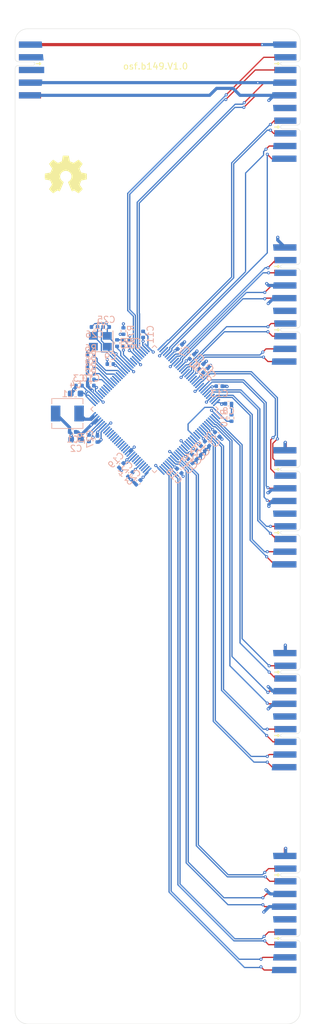
<source format=kicad_pcb>
(kicad_pcb (version 20221018) (generator pcbnew)
  (layers (0 "F.Cu" signal) (1 "In1.Cu" signal) (2 "In2.Cu" signal) (31 "B.Cu" signal) (34 "B.Paste" user) (35 "F.Paste" user) (36 "B.SilkS" user "B.Silkscreen") (37 "F.SilkS" user "F.Silkscreen") (38 "B.Mask" user) (39 "F.Mask" user) (44 "Edge.Cuts" user))
  (net 0 "")
  (net 1 "GND")
  (net 69 "/5V")
  (net 77 "/switch/P0A+")
  (net 78 "/switch/P0A-")
  (net 79 "/switch/P0B+")
  (net 80 "/switch/P0B-")
  (net 81 "/switch/P0C+")
  (net 82 "/switch/P0C-")
  (net 83 "/switch/P0D+")
  (net 84 "/switch/P0D-")
  (net 85 "/3.3V")
  (net 86 "/switch/P1A+")
  (net 87 "/switch/P1A-")
  (net 88 "/switch/P1B+")
  (net 89 "/switch/P1B-")
  (net 90 "/switch/P1C+")
  (net 91 "/switch/P1C-")
  (net 92 "/switch/P1D+")
  (net 93 "/switch/P1D-")
  (net 94 "/switch/P2A+")
  (net 95 "/switch/P2A-")
  (net 96 "/switch/P2B+")
  (net 97 "/switch/P2B-")
  (net 98 "/switch/P2C+")
  (net 99 "/switch/P2C-")
  (net 100 "/switch/P2D+")
  (net 101 "/switch/P2D-")
  (net 102 "/switch/P3A+")
  (net 103 "/switch/P3A-")
  (net 104 "/switch/P3B+")
  (net 105 "/switch/P3B-")
  (net 106 "/switch/P3C+")
  (net 107 "/switch/P3C-")
  (net 108 "/switch/P3D+")
  (net 109 "/switch/P3D-")
  (net 110 "/switch/P4A+")
  (net 111 "/switch/P4A-")
  (net 112 "/switch/P4B+")
  (net 113 "/switch/P4B-")
  (net 114 "/switch/P4C+")
  (net 115 "/switch/P4C-")
  (net 116 "/switch/P4D+")
  (net 117 "/switch/P4D-")
  (net 118 "/switch/1V")
  (net 119 "Net-(L1-Pad1)")
  (net 120 "Net-(U1-XTALI)")
  (net 121 "Net-(U1-XTALO)")
  (net 122 "Net-(U1-EN_SWR)")
  (net 123 "Net-(U1-GPO43{slash}LAN3LED0{slash}EN_SPIF)")
  (net 124 "Net-(U1-GPO44{slash}LAN2LED0{slash}DIS_8051)")
  (net 125 "Net-(U1-GPO45{slash}DISAUTOLOAD)")
  (net 126 "Net-(U1-GPO50{slash}LAN1LED0{slash}EN_PHY)")
  (net 127 "Net-(U1-GPO52{slash}LAN0LED0{slash}LED_CK{slash}SMI_SEL)")
  (net 128 "Net-(U1-GPIO54{slash}SCK{slash}MDC{slash}EN_EEE)")
  (net 129 "Net-(U1-RSTn)")
  (net 130 "Net-(U1-MDIREF)")
  (footprint "on_edge:on_edge_2x10_host" (layer "F.Cu") (at 101 154.5 -90)
    (fp_text reference "J5")
    (fp_text value "020_1000BASE-T_with_CT")
    (fp_line (start -4 0) (end -1.8 0) (stroke (width 0.05)) (layer "Edge.Cuts"))
    (fp_line (start -1.3 2.8) (end -1.3 0.5) (stroke (width 0.05)) (layer "Edge.Cuts"))
    (fp_line (start -0.7 0.5) (end -0.7 2.8) (stroke (width 0.05)) (layer "Edge.Cuts"))
    (fp_line (start -0.2 0) (end 8.2 0) (stroke (width 0.05)) (layer "Edge.Cuts"))
    (fp_line (start 8.7 2.8) (end 8.7 0.5) (stroke (width 0.05)) (layer "Edge.Cuts"))
    (fp_line (start 9.3 0.5) (end 9.3 2.8) (stroke (width 0.05)) (layer "Edge.Cuts"))
    (fp_line (start 9.8 0) (end 14 0) (stroke (width 0.05)) (layer "Edge.Cuts"))
    (fp_arc (start -1.8 0) (mid -1.446447 0.146447) (end -1.3 0.5) (stroke (width 0.05)) (layer "Edge.Cuts"))
    (fp_arc (start -0.7 0.5) (mid -0.553553 0.146447) (end -0.2 0) (stroke (width 0.05)) (layer "Edge.Cuts"))
    (fp_arc (start -0.7 2.8) (mid -1 3.1) (end -1.3 2.8) (stroke (width 0.05)) (layer "Edge.Cuts"))
    (fp_arc (start 8.2 0) (mid 8.553553 0.146447) (end 8.7 0.5) (stroke (width 0.05)) (layer "Edge.Cuts"))
    (fp_arc (start 9.3 0.5) (mid 9.446447 0.146447) (end 9.8 0) (stroke (width 0.05)) (layer "Edge.Cuts"))
    (fp_arc (start 9.3 2.8) (mid 9 3.1) (end 8.7 2.8) (stroke (width 0.05)) (layer "Edge.Cuts"))
  )
  (footprint "on_edge:on_edge_2x10_host" (layer "F.Cu") (at 101 90.5 -90)
    (fp_text reference "J3")
    (fp_text value "020_1000BASE-T_with_CT")
    (fp_line (start -4 0) (end -1.8 0) (stroke (width 0.05)) (layer "Edge.Cuts"))
    (fp_line (start -1.3 2.8) (end -1.3 0.5) (stroke (width 0.05)) (layer "Edge.Cuts"))
    (fp_line (start -0.7 0.5) (end -0.7 2.8) (stroke (width 0.05)) (layer "Edge.Cuts"))
    (fp_line (start -0.2 0) (end 8.2 0) (stroke (width 0.05)) (layer "Edge.Cuts"))
    (fp_line (start 8.7 2.8) (end 8.7 0.5) (stroke (width 0.05)) (layer "Edge.Cuts"))
    (fp_line (start 9.3 0.5) (end 9.3 2.8) (stroke (width 0.05)) (layer "Edge.Cuts"))
    (fp_line (start 9.8 0) (end 14 0) (stroke (width 0.05)) (layer "Edge.Cuts"))
    (fp_arc (start -1.8 0) (mid -1.446447 0.146447) (end -1.3 0.5) (stroke (width 0.05)) (layer "Edge.Cuts"))
    (fp_arc (start -0.7 0.5) (mid -0.553553 0.146447) (end -0.2 0) (stroke (width 0.05)) (layer "Edge.Cuts"))
    (fp_arc (start -0.7 2.8) (mid -1 3.1) (end -1.3 2.8) (stroke (width 0.05)) (layer "Edge.Cuts"))
    (fp_arc (start 8.2 0) (mid 8.553553 0.146447) (end 8.7 0.5) (stroke (width 0.05)) (layer "Edge.Cuts"))
    (fp_arc (start 9.3 0.5) (mid 9.446447 0.146447) (end 9.8 0) (stroke (width 0.05)) (layer "Edge.Cuts"))
    (fp_arc (start 9.3 2.8) (mid 9 3.1) (end 8.7 2.8) (stroke (width 0.05)) (layer "Edge.Cuts"))
  )
  (footprint "Symbol:OSHW-Symbol_6.7x6mm_SilkScreen" (layer "F.Cu") (at 64 43)
    (fp_text reference "LOGO1" hide)
    (fp_text value "Logo_Open_Hardware_Small" hide)
  )
  (footprint "on_edge:on_edge_2x10_host" (layer "F.Cu") (at 101 122.5 -90)
    (fp_text reference "J4")
    (fp_text value "020_1000BASE-T_with_CT")
    (fp_line (start -4 0) (end -1.8 0) (stroke (width 0.05)) (layer "Edge.Cuts"))
    (fp_line (start -1.3 2.8) (end -1.3 0.5) (stroke (width 0.05)) (layer "Edge.Cuts"))
    (fp_line (start -0.7 0.5) (end -0.7 2.8) (stroke (width 0.05)) (layer "Edge.Cuts"))
    (fp_line (start -0.2 0) (end 8.2 0) (stroke (width 0.05)) (layer "Edge.Cuts"))
    (fp_line (start 8.7 2.8) (end 8.7 0.5) (stroke (width 0.05)) (layer "Edge.Cuts"))
    (fp_line (start 9.3 0.5) (end 9.3 2.8) (stroke (width 0.05)) (layer "Edge.Cuts"))
    (fp_line (start 9.8 0) (end 14 0) (stroke (width 0.05)) (layer "Edge.Cuts"))
    (fp_arc (start -1.8 0) (mid -1.446447 0.146447) (end -1.3 0.5) (stroke (width 0.05)) (layer "Edge.Cuts"))
    (fp_arc (start -0.7 0.5) (mid -0.553553 0.146447) (end -0.2 0) (stroke (width 0.05)) (layer "Edge.Cuts"))
    (fp_arc (start -0.7 2.8) (mid -1 3.1) (end -1.3 2.8) (stroke (width 0.05)) (layer "Edge.Cuts"))
    (fp_arc (start 8.2 0) (mid 8.553553 0.146447) (end 8.7 0.5) (stroke (width 0.05)) (layer "Edge.Cuts"))
    (fp_arc (start 9.3 0.5) (mid 9.446447 0.146447) (end 9.8 0) (stroke (width 0.05)) (layer "Edge.Cuts"))
    (fp_arc (start 9.3 2.8) (mid 9 3.1) (end 8.7 2.8) (stroke (width 0.05)) (layer "Edge.Cuts"))
  )
  (footprint "on_edge:on_edge_2x10_host" (layer "F.Cu") (at 101 58.5 -90)
    (fp_text reference "J2")
    (fp_text value "020_1000BASE-T_with_CT")
    (fp_line (start -4 0) (end -1.8 0) (stroke (width 0.05)) (layer "Edge.Cuts"))
    (fp_line (start -1.3 2.8) (end -1.3 0.5) (stroke (width 0.05)) (layer "Edge.Cuts"))
    (fp_line (start -0.7 0.5) (end -0.7 2.8) (stroke (width 0.05)) (layer "Edge.Cuts"))
    (fp_line (start -0.2 0) (end 8.2 0) (stroke (width 0.05)) (layer "Edge.Cuts"))
    (fp_line (start 8.7 2.8) (end 8.7 0.5) (stroke (width 0.05)) (layer "Edge.Cuts"))
    (fp_line (start 9.3 0.5) (end 9.3 2.8) (stroke (width 0.05)) (layer "Edge.Cuts"))
    (fp_line (start 9.8 0) (end 14 0) (stroke (width 0.05)) (layer "Edge.Cuts"))
    (fp_arc (start -1.8 0) (mid -1.446447 0.146447) (end -1.3 0.5) (stroke (width 0.05)) (layer "Edge.Cuts"))
    (fp_arc (start -0.7 0.5) (mid -0.553553 0.146447) (end -0.2 0) (stroke (width 0.05)) (layer "Edge.Cuts"))
    (fp_arc (start -0.7 2.8) (mid -1 3.1) (end -1.3 2.8) (stroke (width 0.05)) (layer "Edge.Cuts"))
    (fp_arc (start 8.2 0) (mid 8.553553 0.146447) (end 8.7 0.5) (stroke (width 0.05)) (layer "Edge.Cuts"))
    (fp_arc (start 9.3 0.5) (mid 9.446447 0.146447) (end 9.8 0) (stroke (width 0.05)) (layer "Edge.Cuts"))
    (fp_arc (start 9.3 2.8) (mid 9 3.1) (end 8.7 2.8) (stroke (width 0.05)) (layer "Edge.Cuts"))
  )
  (footprint "on_edge:on_edge_2x10_host" (layer "F.Cu") (at 101 26.5 -90)
    (fp_text reference "J1")
    (fp_text value "020_1000BASE-T_with_CT")
    (fp_line (start -4 0) (end -1.8 0) (stroke (width 0.05)) (layer "Edge.Cuts"))
    (fp_line (start -1.3 2.8) (end -1.3 0.5) (stroke (width 0.05)) (layer "Edge.Cuts"))
    (fp_line (start -0.7 0.5) (end -0.7 2.8) (stroke (width 0.05)) (layer "Edge.Cuts"))
    (fp_line (start -0.2 0) (end 8.2 0) (stroke (width 0.05)) (layer "Edge.Cuts"))
    (fp_line (start 8.7 2.8) (end 8.7 0.5) (stroke (width 0.05)) (layer "Edge.Cuts"))
    (fp_line (start 9.3 0.5) (end 9.3 2.8) (stroke (width 0.05)) (layer "Edge.Cuts"))
    (fp_line (start 9.8 0) (end 14 0) (stroke (width 0.05)) (layer "Edge.Cuts"))
    (fp_arc (start -1.8 0) (mid -1.446447 0.146447) (end -1.3 0.5) (stroke (width 0.05)) (layer "Edge.Cuts"))
    (fp_arc (start -0.7 0.5) (mid -0.553553 0.146447) (end -0.2 0) (stroke (width 0.05)) (layer "Edge.Cuts"))
    (fp_arc (start -0.7 2.8) (mid -1 3.1) (end -1.3 2.8) (stroke (width 0.05)) (layer "Edge.Cuts"))
    (fp_arc (start 8.2 0) (mid 8.553553 0.146447) (end 8.7 0.5) (stroke (width 0.05)) (layer "Edge.Cuts"))
    (fp_arc (start 9.3 0.5) (mid 9.446447 0.146447) (end 9.8 0) (stroke (width 0.05)) (layer "Edge.Cuts"))
    (fp_arc (start 9.3 2.8) (mid 9 3.1) (end 8.7 2.8) (stroke (width 0.05)) (layer "Edge.Cuts"))
  )
  (footprint "on_edge:on_edge_2x05_device" (layer "F.Cu") (at 56 26.5 -90)
    (fp_text reference "J6")
    (fp_text value "011_GPIO")
    (fp_line (start -4 0) (end -1.8 0) (stroke (width 0.05)) (layer "Edge.Cuts"))
    (fp_line (start -1.3 -2.8) (end -1.3 -0.5) (stroke (width 0.05)) (layer "Edge.Cuts"))
    (fp_line (start -0.7 -0.5) (end -0.7 -2.8) (stroke (width 0.05)) (layer "Edge.Cuts"))
    (fp_line (start -0.2 0) (end 4 0) (stroke (width 0.05)) (layer "Edge.Cuts"))
    (fp_arc (start -1.3 -2.8) (mid -1 -3.1) (end -0.7 -2.8) (stroke (width 0.05)) (layer "Edge.Cuts"))
    (fp_arc (start -1.3 -0.5) (mid -1.446447 -0.146447) (end -1.8 0) (stroke (width 0.05)) (layer "Edge.Cuts"))
    (fp_arc (start -0.2 0) (mid -0.553553 -0.146447) (end -0.7 -0.5) (stroke (width 0.05)) (layer "Edge.Cuts"))
  )
  (footprint "Inductor_SMD:L_Sunlord_MWSA0402S" (layer "B.Cu") (at 64.25 80.7 180)
    (fp_text reference "L1")
    (fp_text value "2.2uH")
  )
  (footprint "Capacitor_SMD:C_0402_1005Metric" (layer "B.Cu") (at 87.9 84 -45)
    (fp_text reference "C22")
    (fp_text value "100nF")
  )
  (footprint "Resistor_SMD:R_0402_1005Metric" (layer "B.Cu") (at 67.94 75.35 180)
    (fp_text reference "R2")
    (fp_text value "4.7k")
  )
  (footprint "Resistor_SMD:R_0402_1005Metric" (layer "B.Cu") (at 67.94 74.4 180)
    (fp_text reference "R3")
    (fp_text value "4.7k")
  )
  (footprint "Resistor_SMD:R_0402_1005Metric" (layer "B.Cu") (at 67.94 71.55 180)
    (fp_text reference "R6")
    (fp_text value "4.7k")
  )
  (footprint "Package_QFP:LQFP-128_14x14mm_P0.4mm" (layer "B.Cu") (at 78 80 135)
    (fp_text reference "U1")
    (fp_text value "RTL8367S-CG")
  )
  (footprint "Capacitor_SMD:C_0402_1005Metric" (layer "B.Cu") (at 88.22 76.4)
    (fp_text reference "C13")
    (fp_text value "100nF")
  )
  (footprint "Capacitor_SMD:C_0402_1005Metric" (layer "B.Cu") (at 89.68 79.15)
    (fp_text reference "C8")
    (fp_text value "100nF")
  )
  (footprint "Capacitor_SMD:C_0402_1005Metric" (layer "B.Cu") (at 70.38 67.05 180)
    (fp_text reference "C25")
    (fp_text value "12pF")
  )
  (footprint "Capacitor_SMD:C_0402_1005Metric" (layer "B.Cu") (at 71.03 72.9 180)
    (fp_text reference "C9")
    (fp_text value "100nF")
  )
  (footprint "Capacitor_SMD:C_0402_1005Metric" (layer "B.Cu") (at 68.53 67.05)
    (fp_text reference "C26")
    (fp_text value "12pF")
  )
  (footprint "Capacitor_SMD:C_0402_1005Metric" (layer "B.Cu") (at 65.08 83.6)
    (fp_text reference "C1")
    (fp_text value "100nF")
  )
  (footprint "Capacitor_SMD:C_0402_1005Metric" (layer "B.Cu") (at 81.989411 70.160589 45)
    (fp_text reference "C7")
    (fp_text value "100nF")
  )
  (footprint "Capacitor_SMD:C_0402_1005Metric" (layer "B.Cu") (at 72.760589 88.889411 -135)
    (fp_text reference "C19")
    (fp_text value "100nF")
  )
  (footprint "Capacitor_SMD:C_0402_1005Metric" (layer "B.Cu") (at 75.439411 91.560589 -135)
    (fp_text reference "C23")
    (fp_text value "100nF")
  )
  (footprint "Capacitor_SMD:C_0603_1608Metric" (layer "B.Cu") (at 65.55 77.55 180)
    (fp_text reference "C4")
    (fp_text value "10uF")
  )
  (footprint "Capacitor_SMD:C_0402_1005Metric" (layer "B.Cu") (at 86.3 85.45 -45)
    (fp_text reference "C15")
    (fp_text value "100nF")
  )
  (footprint "Resistor_SMD:R_0402_1005Metric" (layer "B.Cu") (at 67.65 84.61 -90)
    (fp_text reference "R1")
    (fp_text value "1k")
  )
  (footprint "Crystal:Crystal_SMD_3225-4Pin_3.2x2.5mm" (layer "B.Cu") (at 69.45 69.3 180)
    (fp_text reference "Y1")
    (fp_text value "25MhZ")
  )
  (footprint "Resistor_SMD:R_0402_1005Metric" (layer "B.Cu") (at 73.1 67.69 90)
    (fp_text reference "R7")
    (fp_text value "4.7k")
  )
  (footprint "Capacitor_SMD:C_0402_1005Metric" (layer "B.Cu") (at 66.08 76.3 180)
    (fp_text reference "C3")
    (fp_text value "100nF")
  )
  (footprint "Capacitor_SMD:C_0402_1005Metric" (layer "B.Cu") (at 85.65 86.15 -45)
    (fp_text reference "C20")
    (fp_text value "100nF")
  )
  (footprint "Resistor_SMD:R_0402_1005Metric" (layer "B.Cu") (at 67.94 72.5 180)
    (fp_text reference "R5")
    (fp_text value "4.7k")
  )
  (footprint "Resistor_SMD:R_0402_1005Metric" (layer "B.Cu") (at 90.15 81.41 -90)
    (fp_text reference "R10")
    (fp_text value "2.49k")
  )
  (footprint "Capacitor_SMD:C_0402_1005Metric" (layer "B.Cu") (at 84.35 87.55 -45)
    (fp_text reference "C16")
    (fp_text value "100nF")
  )
  (footprint "Capacitor_SMD:C_0402_1005Metric" (layer "B.Cu") (at 69 84.72 -90)
    (fp_text reference "C27")
    (fp_text value "100nF")
  )
  (footprint "Capacitor_SMD:C_0402_1005Metric" (layer "B.Cu") (at 67.95 76.3 180)
    (fp_text reference "C10")
    (fp_text value "100nF")
  )
  (footprint "Capacitor_SMD:C_0402_1005Metric" (layer "B.Cu") (at 81.910589 89.760589 -45)
    (fp_text reference "C18")
    (fp_text value "100nF")
  )
  (footprint "Resistor_SMD:R_0402_1005Metric" (layer "B.Cu") (at 72.1 69.59 90)
    (fp_text reference "R9")
    (fp_text value "4.7k")
  )
  (footprint "Capacitor_SMD:C_0402_1005Metric" (layer "B.Cu") (at 74.189411 90.310589 -135)
    (fp_text reference "C24")
    (fp_text value "100nF")
  )
  (footprint "Capacitor_SMD:C_0402_1005Metric" (layer "B.Cu") (at 85 86.85 -45)
    (fp_text reference "C21")
    (fp_text value "100nF")
  )
  (footprint "Capacitor_SMD:C_0603_1608Metric" (layer "B.Cu") (at 65.625 84.8)
    (fp_text reference "C2")
    (fp_text value "10uF")
  )
  (footprint "Capacitor_SMD:C_0402_1005Metric" (layer "B.Cu") (at 85.35 73.25 45)
    (fp_text reference "C14")
    (fp_text value "100nF")
  )
  (footprint "Resistor_SMD:R_0402_1005Metric" (layer "B.Cu") (at 73.1 69.59 90)
    (fp_text reference "R8")
    (fp_text value "4.7k")
  )
  (footprint "Capacitor_SMD:C_0402_1005Metric" (layer "B.Cu") (at 74.1 69.63 90)
    (fp_text reference "C5")
    (fp_text value "100nF")
  )
  (footprint "Capacitor_SMD:C_0402_1005Metric" (layer "B.Cu") (at 83.65 88.2 -45)
    (fp_text reference "C17")
    (fp_text value "100nF")
  )
  (footprint "Resistor_SMD:R_0402_1005Metric" (layer "B.Cu") (at 67.94 73.45 180)
    (fp_text reference "R4")
    (fp_text value "4.7k")
  )
  (footprint "Capacitor_SMD:C_0402_1005Metric" (layer "B.Cu") (at 86.05 73.9 45)
    (fp_text reference "C6")
    (fp_text value "100nF")
  )
  (footprint "Capacitor_SMD:C_0402_1005Metric" (layer "B.Cu") (at 83.9 71.72 45)
    (fp_text reference "C12")
    (fp_text value "100nF")
  )
  (footprint "Capacitor_SMD:C_0402_1005Metric" (layer "B.Cu") (at 76.2 68.22 90)
    (fp_text reference "C11")
    (fp_text value "100nF")
  )
  (gr_line (start 101 175) (end 101 168.5) (stroke (width 0.05)) (layer "Edge.Cuts"))
  (gr_line (start 58 20) (end 99 20) (stroke (width 0.05)) (layer "Edge.Cuts"))
  (gr_arc (start 101 175) (mid 100.414214 176.414214) (end 99 177) (stroke (width 0.05)) (layer "Edge.Cuts"))
  (gr_line (start 56 30.5) (end 56 175) (stroke (width 0.05)) (layer "Edge.Cuts"))
  (gr_line (start 99 177) (end 58 177) (stroke (width 0.05)) (layer "Edge.Cuts"))
  (gr_arc (start 99 20) (mid 100.414214 20.585786) (end 101 22) (stroke (width 0.05)) (layer "Edge.Cuts"))
  (gr_line (start 101 86.5) (end 101 72.5) (stroke (width 0.05)) (layer "Edge.Cuts"))
  (gr_line (start 101 54.5) (end 101 40.5) (stroke (width 0.05)) (layer "Edge.Cuts"))
  (gr_arc (start 58 177) (mid 56.585786 176.414214) (end 56 175) (stroke (width 0.05)) (layer "Edge.Cuts"))
  (gr_line (start 101 22.5) (end 101 22) (stroke (width 0.05)) (layer "Edge.Cuts"))
  (gr_line (start 56 22.5) (end 56 22) (stroke (width 0.05)) (layer "Edge.Cuts"))
  (gr_line (start 101 150.5) (end 101 136.5) (stroke (width 0.05)) (layer "Edge.Cuts"))
  (gr_arc (start 56 22) (mid 56.585786 20.585786) (end 58 20) (stroke (width 0.05)) (layer "Edge.Cuts"))
  (gr_line (start 101 118.5) (end 101 104.5) (stroke (width 0.05)) (layer "Edge.Cuts"))
  (gr_text "osf.b149.V1.0" (at 72.95 26.5) (layer "F.SilkS") (effects (font (size 1 1)) (justify left bottom)))
  (segment (start 98.65 149.35) (end 98.7 149.3) (width 0.5) (layer "F.Cu") (net 1))
  (segment (start 95 22.5) (end 58.35 22.5) (width 0.5) (layer "F.Cu") (net 1))
  (segment (start 98.65 118.5) (end 98.65 117.25) (width 0.5) (layer "F.Cu") (net 1))
  (segment (start 98.65 22.5) (end 95 22.5) (width 0.5) (layer "F.Cu") (net 1))
  (segment (start 98.65 86.5) (end 98.65 85.25) (width 0.5) (layer "F.Cu") (net 1))
  (segment (start 98.65 150.5) (end 98.65 149.35) (width 0.5) (layer "F.Cu") (net 1))
  (via (at 98.7 149.3) (size 0.5) (drill 0.2) (layers "F.Cu" "B.Cu") (net 1))
  (via (at 85.25 87.75) (size 0.5) (drill 0.2) (layers "F.Cu" "B.Cu") (net 1))
  (via (at 80.4 86.7) (size 0.5) (drill 0.2) (layers "F.Cu" "B.Cu") (net 1))
  (via (at 75.8 73) (size 0.5) (drill 0.2) (layers "F.Cu" "B.Cu") (net 1))
  (via (at 90.2 79.8) (size 0.5) (drill 0.2) (layers "F.Cu" "B.Cu") (net 1))
  (via (at 86.2 72.45) (size 0.5) (drill 0.2) (layers "F.Cu" "B.Cu") (net 1))
  (via (at 74.7 74.1) (size 0.5) (drill 0.2) (layers "F.Cu" "B.Cu") (net 1))
  (via (at 98.65 85.25) (size 0.5) (drill 0.2) (layers "F.Cu" "B.Cu") (net 1))
  (via (at 80.5 73.3) (size 0.5) (drill 0.2) (layers "F.Cu" "B.Cu") (net 1))
  (via (at 86.85 73.1) (size 0.5) (drill 0.2) (layers "F.Cu" "B.Cu") (net 1))
  (via (at 88.65 84.75) (size 0.5) (drill 0.2) (layers "F.Cu" "B.Cu") (net 1))
  (via (at 71.926886 71.273114) (size 0.5) (drill 0.2) (layers "F.Cu" "B.Cu") (net 1))
  (via (at 84.4 77.2) (size 0.5) (drill 0.2) (layers "F.Cu" "B.Cu") (net 1))
  (via (at 69.568003 84.831997) (size 0.5) (drill 0.2) (layers "F.Cu" "B.Cu") (net 1))
  (via (at 82.75 69.4) (size 0.5) (drill 0.2) (layers "F.Cu" "B.Cu") (net 1))
  (via (at 67.65 70.9) (size 0.5) (drill 0.2) (layers "F.Cu" "B.Cu") (net 1))
  (via (at 97.45 52.9) (size 0.5) (drill 0.2) (layers "F.Cu" "B.Cu") (net 1))
  (via (at 84.55 88.45) (size 0.5) (drill 0.2) (layers "F.Cu" "B.Cu") (net 1))
  (via (at 86.2 78.9) (size 0.5) (drill 0.2) (layers "F.Cu" "B.Cu") (net 1))
  (via (at 87 80.2) (size 0.5) (drill 0.2) (layers "F.Cu" "B.Cu") (net 1))
  (via (at 70.4 66.4) (size 0.5) (drill 0.2) (layers "F.Cu" "B.Cu") (net 1))
  (via (at 82.5235 90.6) (size 0.5) (drill 0.2) (layers "F.Cu" "B.Cu") (net 1))
  (via (at 86.55 86.35) (size 0.5) (drill 0.2) (layers "F.Cu" "B.Cu") (net 1))
  (via (at 71.1 82.2) (size 0.5) (drill 0.2) (layers "F.Cu" "B.Cu") (net 1))
  (via (at 69.9 78.9) (size 0.5) (drill 0.2) (layers "F.Cu" "B.Cu") (net 1))
  (via (at 84.7 70.85) (size 0.5) (drill 0.2) (layers "F.Cu" "B.Cu") (net 1))
  (via (at 73.1 66.55) (size 0.5) (drill 0.2) (layers "F.Cu" "B.Cu") (net 1))
  (via (at 68 82.5) (size 0.5) (drill 0.2) (layers "F.Cu" "B.Cu") (net 1))
  (via (at 74.8 86) (size 0.5) (drill 0.2) (layers "F.Cu" "B.Cu") (net 1))
  (via (at 78.8 71.6) (size 0.5) (drill 0.2) (layers "F.Cu" "B.Cu") (net 1))
  (via (at 89.45 76.45) (size 0.5) (drill 0.2) (layers "F.Cu" "B.Cu") (net 1))
  (via (at 65.25 76.9) (size 0.5) (drill 0.2) (layers "F.Cu" "B.Cu") (net 1))
  (via (at 95 22.5) (size 0.5) (drill 0.2) (layers "F.Cu" "B.Cu") (net 1))
  (via (at 78.2 88.9) (size 0.5) (drill 0.2) (layers "F.Cu" "B.Cu") (net 1))
  (via (at 68.2 77.1) (size 0.5) (drill 0.2) (layers "F.Cu" "B.Cu") (net 1))
  (via (at 70.55 72.2) (size 0.5) (drill 0.2) (layers "F.Cu" "B.Cu") (net 1))
  (via (at 82.2 85) (size 0.5) (drill 0.2) (layers "F.Cu" "B.Cu") (net 1))
  (via (at 74.1 68.45) (size 0.5) (drill 0.2) (layers "F.Cu" "B.Cu") (net 1))
  (via (at 72.8 89.65) (size 0.5) (drill 0.2) (layers "F.Cu" "B.Cu") (net 1))
  (via (at 74.25 91.1) (size 0.5) (drill 0.2) (layers "F.Cu" "B.Cu") (net 1))
  (via (at 98.65 117.25) (size 0.5) (drill 0.2) (layers "F.Cu" "B.Cu") (net 1))
  (via (at 85.9 87.05) (size 0.5) (drill 0.2) (layers "F.Cu" "B.Cu") (net 1))
  (via (at 82.2 75) (size 0.5) (drill 0.2) (layers "F.Cu" "B.Cu") (net 1))
  (via (at 77.8 71) (size 0.5) (drill 0.2) (layers "F.Cu" "B.Cu") (net 1))
  (segment (start 79.599829 70.800171) (end 78.8 71.6) (width 0.2) (layer "B.Cu") (net 1))
  (segment (start 79.599829 70.763418) (end 79.599829 70.800171) (width 0.2) (layer "B.Cu") (net 1))
  (segment (start 73.1 67.18) (end 73.1 66.55) (width 0.2) (layer "B.Cu") (net 1))
  (segment (start 67.6 70.9) (end 67.65 70.9) (width 0.5) (layer "B.Cu") (net 1))
  (segment (start 70.177631 83.014043) (end 69.568003 83.623671) (width 0.2) (layer "B.Cu") (net 1))
  (segment (start 86.55 86.35) (end 86.178822 86.35) (width 0.5) (layer "B.Cu") (net 1))
  (segment (start 87.802268 81.002268) (end 87 80.2) (width 0.2) (layer "B.Cu") (net 1))
  (segment (start 82.328822 69.821178) (end 82.75 69.4) (width 0.5) (layer "B.Cu") (net 1))
  (segment (start 70.55 72.9) (end 70.55 72.2) (width 0.2) (layer "B.Cu") (net 1))
  (segment (start 69.04626 78.117328) (end 68.2 77.271068) (width 0.2) (layer "B.Cu") (net 1))
  (segment (start 65.25 76.9) (end 65.25 77.075) (width 0.5) (layer "B.Cu") (net 1))
  (segment (start 74.137429 86.973841) (end 74.137429 86.662571) (width 0.2) (layer "B.Cu") (net 1))
  (segment (start 71.477 69.377) (end 70.55 68.45) (width 0.2) (layer "B.Cu") (net 1))
  (segment (start 70.55 67.36) (end 70.86 67.05) (width 0.2) (layer "B.Cu") (net 1))
  (segment (start 84.7 70.85) (end 84.7 70.92) (width 0.5) (layer "B.Cu") (net 1))
  (segment (start 69.568003 83.623671) (end 69.568003 84.831997) (width 0.2) (layer "B.Cu") (net 1))
  (segment (start 71.926886 71.273114) (end 71.477 70.823228) (width 0.2) (layer "B.Cu") (net 1))
  (segment (start 85.25 87.75) (end 84.778822 87.75) (width 0.5) (layer "B.Cu") (net 1))
  (segment (start 86.55 85.978822) (end 86.55 86.35) (width 0.5) (layer "B.Cu") (net 1))
  (segment (start 67.43 71.07) (end 67.6 70.9) (width 0.5) (layer "B.Cu") (net 1))
  (segment (start 73.854586 73.309002) (end 73.909002 73.309002) (width 0.2) (layer "B.Cu") (net 1))
  (segment (start 86.639411 85.889411) (end 86.55 85.978822) (width 0.5) (layer "B.Cu") (net 1))
  (segment (start 86.178822 86.35) (end 85.9 86.628822) (width 0.5) (layer "B.Cu") (net 1))
  (segment (start 90.15 79.85) (end 90.2 79.8) (width 0.2) (layer "B.Cu") (net 1))
  (segment (start 69.2 85.2) (end 69.568003 84.831997) (width 0.5) (layer "B.Cu") (net 1))
  (segment (start 67.65 70.9) (end 67.65 70.85) (width 0.5) (layer "B.Cu") (net 1))
  (segment (start 68.2 77.271068) (end 68.2 77.1) (width 0.2) (layer "B.Cu") (net 1))
  (segment (start 82.993942 74.206058) (end 82.2 75) (width 0.2) (layer "B.Cu") (net 1))
  (segment (start 68.587 66.513) (end 68.05 67.05) (width 0.2) (layer "B.Cu") (net 1))
  (segment (start 85.478822 87.05) (end 85.25 87.278822) (width 0.5) (layer "B.Cu") (net 1))
  (segment (start 71.926886 71.381302) (end 73.854586 73.309002) (width 0.2) (layer "B.Cu") (net 1))
  (segment (start 82.993942 85.793942) (end 82.2 85) (width 0.2) (layer "B.Cu") (net 1))
  (segment (start 71.477 70.823228) (end 71.477 69.377) (width 0.2) (layer "B.Cu") (net 1))
  (segment (start 74.109002 86.690998) (end 74.8 86) (width 0.2) (layer "B.Cu") (net 1))
  (segment (start 85.9 86.628822) (end 85.9 87.05) (width 0.5) (layer "B.Cu") (net 1))
  (segment (start 65.25 77.075) (end 64.775 77.55) (width 0.5) (layer "B.Cu") (net 1))
  (segment (start 67.47 76.38503) (end 68.18497 77.1) (width 0.5) (layer "B.Cu") (net 1))
  (segment (start 84.078822 88.45) (end 83.989411 88.539411) (width 0.5) (layer "B.Cu") (net 1))
  (segment (start 81.296885 72.460474) (end 81.296885 72.503115) (width 0.2) (layer "B.Cu") (net 1))
  (segment (start 84.55 87.978822) (end 84.55 88.45) (width 0.5) (layer "B.Cu") (net 1))
  (segment (start 88.239411 84.339411) (end 88.65 84.75) (width 0.5) (layer "B.Cu") (net 1))
  (segment (start 80.5 86.7) (end 80.4 86.7) (width 0.2) (layer "B.Cu") (net 1))
  (segment (start 98.6 86.5) (end 98.6 85.3) (width 0.5) (layer "B.Cu") (net 1))
  (segment (start 69.04626 78.117328) (end 69.828932 78.9) (width 0.2) (layer "B.Cu") (net 1))
  (segment (start 82.993942 85.84247) (end 82.993942 85.793942) (width 0.2) (layer "B.Cu") (net 1))
  (segment (start 87.802268 81.034144) (end 87.802268 81.002268) (width 0.2) (layer "B.Cu") (net 1))
  (segment (start 81.296885 87.539526) (end 81.296885 87.496885) (width 0.2) (layer "B.Cu") (net 1))
  (segment (start 85.256683 76.420272) (end 84.476955 77.2) (width 0.2) (layer "B.Cu") (net 1))
  (segment (start 98.6 22.5) (end 95 22.5) (width 0.5) (layer "B.Cu") (net 1))
  (segment (start 65.6 76.55) (end 65.25 76.9) (width 0.5) (layer "B.Cu") (net 1))
  (segment (start 97.45 53.35) (end 97.45 52.9) (width 0.5) (layer "B.Cu") (net 1))
  (segment (start 70.991674 82.2) (end 71.1 82.2) (width 0.2) (layer "B.Cu") (net 1))
  (segment (start 74.3 91.1) (end 75.1 91.9) (width 0.5) (layer "B.Cu") (net 1))
  (segment (start 69.828932 78.9) (end 69.9 78.9) (width 0.2) (layer "B.Cu") (net 1))
  (segment (start 76.965856 70.197732) (end 76.965856 68.505856) (width 0.2) (layer "B.Cu") (net 1))
  (segment (start 98.65 117.25) (end 98.65 118.45) (width 0.5) (layer "B.Cu") (net 1))
  (segment (start 76.965856 70.197732) (end 76.997732 70.197732) (width 0.2) (layer "B.Cu") (net 1))
  (segment (start 76.997732 70.197732) (end 77.8 71) (width 0.2) (layer "B.Cu") (net 1))
  (segment (start 74.25 91.1) (end 74.25 91.05) (width 0.5) (layer "B.Cu") (net 1))
  (segment (start 86.95374 78.117328) (end 86.95374 78.14626) (width 0.2) (layer "B.Cu") (net 1))
  (segment (start 84.476955 77.2) (end 84.4 77.2) (width 0.2) (layer "B.Cu") (net 1))
  (segment (start 82.25 90.3265) (end 82.5235 90.6) (width 0.2) (layer "B.Cu") (net 1))
  (segment (start 76.965856 68.505856) (end 76.2 67.74) (width 0.2) (layer "B.Cu") (net 1))
  (segment (start 90.16 79.76) (end 90.2 79.8) (width 0.5) (layer "B.Cu") (net 1))
  (segment (start 79.034144 89.734144) (end 78.2 88.9) (width 0.2) (layer "B.Cu") (net 1))
  (segment (start 69 85.2) (end 69.2 85.2) (width 0.5) (layer "B.Cu") (net 1))
  (segment (start 73.854586 86.690998) (end 74.109002 86.690998) (width 0.2) (layer "B.Cu") (net 1))
  (segment (start 90.16 79.15) (end 90.16 79.76) (width 0.5) (layer "B.Cu") (net 1))
  (segment (start 74.1 69.15) (end 74.1 68.45) (width 0.2) (layer "B.Cu") (net 1))
  (segment (start 72.421178 89.271178) (end 72.8 89.65) (width 0.5) (layer "B.Cu") (net 1))
  (segment (start 70.55 68.45) (end 70.55 67.36) (width 0.2) (layer "B.Cu") (net 1))
  (segment (start 74.985957 72.177631) (end 74.985957 72.185957) (width 0.2) (layer "B.Cu") (net 1))
  (segment (start 65.56 83.6) (end 65.892503 83.6) (width 0.5) (layer "B.Cu") (net 1))
  (segment (start 86.639411 85.789411) (end 86.639411 85.889411) (width 0.5) (layer "B.Cu") (net 1))
  (segment (start 70.323 66.513) (end 70.4 66.4) (width 0.2) (layer "B.Cu") (net 1))
  (segment (start 67.43 71.55) (end 67.43 71.07) (width 0.5) (layer "B.Cu") (net 1))
  (segment (start 86.95374 78.14626) (end 86.2 78.9) (width 0.2) (layer "B.Cu") (net 1))
  (segment (start 85.25 87.278822) (end 85.25 87.75) (width 0.5) (layer "B.Cu") (net 1))
  (segment (start 67.65 70.85) (end 68.35 70.15) (width 0.5) (layer "B.Cu") (net 1))
  (segment (start 65.6 76.3) (end 65.6 76.55) (width 0.5) (layer "B.Cu") (net 1))
  (segment (start 68.007497 82.5) (end 68.835543 81.671954) (width 0.5) (layer "B.Cu") (net 1))
  (segment (start 74.25 91.05) (end 73.85 90.65) (width 0.5) (layer "B.Cu") (net 1))
  (segment (start 67.43 76.26) (end 67.47 76.3) (width 0.5) (layer "B.Cu") (net 1))
  (segment (start 90.15 80.9) (end 90.15 79.85) (width 0.2) (layer "B.Cu") (net 1))
  (segment (start 79.034144 89.802268) (end 79.034144 89.734144) (width 0.2) (layer "B.Cu") (net 1))
  (segment (start 67.43 75.35) (end 67.43 76.26) (width 0.5) (layer "B.Cu") (net 1))
  (segment (start 65.892503 83.6) (end 66.4 84.107497) (width 0.5) (layer "B.Cu") (net 1))
  (segment (start 82.25 90.1) (end 82.25 90.3265) (width 0.2) (layer "B.Cu") (net 1))
  (segment (start 74.25 91.1) (end 74.3 91.1) (width 0.5) (layer "B.Cu") (net 1))
  (segment (start 74.137429 86.662571) (end 74.8 86) (width 0.2) (layer "B.Cu") (net 1))
  (segment (start 68 82.5) (end 68.007497 82.5) (width 0.5) (layer "B.Cu") (net 1))
  (segment (start 84.55 88.45) (end 84.078822 88.45) (width 0.5) (layer "B.Cu") (net 1))
  (segment (start 86.2 72.45) (end 86.15 72.45) (width 0.5) (layer "B.Cu") (net 1))
  (segment (start 84.778822 87.75) (end 84.55 87.978822) (width 0.5) (layer "B.Cu") (net 1))
  (segment (start 82.993942 74.15753) (end 82.993942 74.206058) (width 0.2) (layer "B.Cu") (net 1))
  (segment (start 86.389411 73.560589) (end 86.85 73.1) (width 0.5) (layer "B.Cu") (net 1))
  (segment (start 73.909002 73.309002) (end 74.7 74.1) (width 0.2) (layer "B.Cu") (net 1))
  (segment (start 70.86 67.05) (end 70.323 66.513) (width 0.2) (layer "B.Cu") (net 1))
  (segment (start 98.6 54.5) (end 97.45 53.35) (width 0.5) (layer "B.Cu") (net 1))
  (segment (start 81.296885 87.496885) (end 80.5 86.7) (width 0.2) (layer "B.Cu") (net 1))
  (segment (start 85.9 87.05) (end 85.478822 87.05) (width 0.5) (layer "B.Cu") (net 1))
  (segment (start 81.296885 72.503115) (end 80.5 73.3) (width 0.2) (layer "B.Cu") (net 1))
  (segment (start 98.65 118.45) (end 98.6 118.5) (width 0.5) (layer "B.Cu") (net 1))
  (segment (start 70.4 66.4) (end 68.587 66.513) (width 0.2) (layer "B.Cu") (net 1))
  (segment (start 98.6 85.3) (end 98.65 85.25) (width 0.5) (layer "B.Cu") (net 1))
  (segment (start 66.4 84.107497) (end 68 82.507497) (width 0.5) (layer "B.Cu") (net 1))
  (segment (start 66.4 84.8) (end 66.4 84.107497) (width 0.5) (layer "B.Cu") (net 1))
  (segment (start 89.4 76.4) (end 89.45 76.45) (width 0.5) (layer "B.Cu") (net 1))
  (segment (start 72.421178 89.228822) (end 72.421178 89.271178) (width 0.5) (layer "B.Cu") (net 1))
  (segment (start 98.7 150.4) (end 98.6 150.5) (width 0.5) (layer "B.Cu") (net 1))
  (segment (start 88.7 76.4) (end 89.4 76.4) (width 0.5) (layer "B.Cu") (net 1))
  (segment (start 98.7 149.3) (end 98.7 150.4) (width 0.5) (layer "B.Cu") (net 1))
  (segment (start 70.177631 83.014043) (end 70.991674 82.2) (width 0.2) (layer "B.Cu") (net 1))
  (segment (start 68.18497 77.1) (end 68.2 77.1) (width 0.5) (layer "B.Cu") (net 1))
  (segment (start 67.47 76.3) (end 67.47 76.38503) (width 0.5) (layer "B.Cu") (net 1))
  (segment (start 74.985957 72.185957) (end 75.8 73) (width 0.2) (layer "B.Cu") (net 1))
  (segment (start 71.926886 71.273114) (end 71.926886 71.381302) (width 0.2) (layer "B.Cu") (net 1))
  (segment (start 86.15 72.45) (end 85.689411 72.910589) (width 0.5) (layer "B.Cu") (net 1))
  (segment (start 84.7 70.92) (end 84.239411 71.380589) (width 0.5) (layer "B.Cu") (net 1))
  (segment (start 68 82.507497) (end 68 82.5) (width 0.5) (layer "B.Cu") (net 1))
  (via (at 96.05 31.3) (size 0.5) (drill 0.2) (layers "F.Cu" "B.Cu") (net 69))
  (via (at 95.95 127.3) (size 0.5) (drill 0.2) (layers "F.Cu" "B.Cu") (net 69))
  (via (at 95.95 63.35) (size 0.5) (drill 0.2) (layers "F.Cu" "B.Cu") (net 69))
  (via (at 95.25 159.35) (size 0.5) (drill 0.2) (layers "F.Cu" "B.Cu") (net 69))
  (via (at 96.05 95.35) (size 0.5) (drill 0.2) (layers "F.Cu" "B.Cu") (net 69))
  (segment (start 91.5 30.5) (end 98.5 30.5) (width 0.5) (layer "B.Cu") (net 69))
  (segment (start 96.75 126.5) (end 98.5 126.5) (width 0.5) (layer "B.Cu") (net 69))
  (segment (start 95.95 127.3) (end 96.75 126.5) (width 0.5) (layer "B.Cu") (net 69))
  (segment (start 95.95 63.35) (end 96.8 62.5) (width 0.5) (layer "B.Cu") (net 69))
  (segment (start 96.85 30.5) (end 98.5 30.5) (width 0.5) (layer "B.Cu") (net 69))
  (segment (start 96.8 62.5) (end 98.5 62.5) (width 0.5) (layer "B.Cu") (net 69))
  (segment (start 96.1 158.5) (end 95.25 159.35) (width 0.5) (layer "B.Cu") (net 69))
  (segment (start 87.8 29.4) (end 90.4 29.4) (width 0.5) (layer "B.Cu") (net 69))
  (segment (start 98.5 158.5) (end 96.1 158.5) (width 0.5) (layer "B.Cu") (net 69))
  (segment (start 96.05 95.35) (end 96.05 95.036712) (width 0.5) (layer "B.Cu") (net 69))
  (segment (start 96.05 95.036712) (end 96.586712 94.5) (width 0.5) (layer "B.Cu") (net 69))
  (segment (start 86.7 30.5) (end 87.8 29.4) (width 0.5) (layer "B.Cu") (net 69))
  (segment (start 90.4 29.4) (end 91.5 30.5) (width 0.5) (layer "B.Cu") (net 69))
  (segment (start 58.3 30.5) (end 86.7 30.5) (width 0.5) (layer "B.Cu") (net 69))
  (segment (start 96.586712 94.5) (end 98.5 94.5) (width 0.5) (layer "B.Cu") (net 69))
  (segment (start 96.05 31.3) (end 96.85 30.5) (width 0.5) (layer "B.Cu") (net 69))
  (segment (start 89.318776 30.418776) (end 95.237552 24.5) (width 0.2) (layer "F.Cu") (net 77))
  (segment (start 95.237552 24.5) (end 98.65 24.5) (width 0.2) (layer "F.Cu") (net 77))
  (via (at 89.318776 30.418776) (size 0.5) (drill 0.2) (layers "F.Cu" "B.Cu") (net 77))
  (segment (start 73.773 45.964552) (end 73.773 64.460344) (width 0.2) (layer "B.Cu") (net 77))
  (segment (start 73.773 64.460344) (end 74.669 65.356344) (width 0.2) (layer "B.Cu") (net 77))
  (segment (start 89.318776 30.418776) (end 73.773 45.964552) (width 0.2) (layer "B.Cu") (net 77))
  (segment (start 74.669 65.356344) (end 74.669 70.729303) (width 0.2) (layer "B.Cu") (net 77))
  (segment (start 74.669 70.729303) (end 75.551643 71.611946) (width 0.2) (layer "B.Cu") (net 77))
  (segment (start 89.255713 31.155713) (end 93.911426 26.5) (width 0.2) (layer "F.Cu") (net 78))
  (segment (start 93.911426 26.5) (end 98.65 26.5) (width 0.2) (layer "F.Cu") (net 78))
  (via (at 89.255713 31.155713) (size 0.5) (drill 0.2) (layers "F.Cu" "B.Cu") (net 78))
  (segment (start 74.996 70.490618) (end 75.834485 71.329103) (width 0.2) (layer "B.Cu") (net 78))
  (segment (start 89.044287 31.155713) (end 74.1 46.1) (width 0.2) (layer "B.Cu") (net 78))
  (segment (start 89.255713 31.155713) (end 89.044287 31.155713) (width 0.2) (layer "B.Cu") (net 78))
  (segment (start 74.1 64.324896) (end 74.996 65.220896) (width 0.2) (layer "B.Cu") (net 78))
  (segment (start 74.1 46.1) (end 74.1 64.324896) (width 0.2) (layer "B.Cu") (net 78))
  (segment (start 74.996 65.220896) (end 74.996 70.490618) (width 0.2) (layer "B.Cu") (net 78))
  (segment (start 95.326126 28.5) (end 98.65 28.5) (width 0.2) (layer "F.Cu") (net 79))
  (segment (start 92.163063 31.663063) (end 95.326126 28.5) (width 0.2) (layer "F.Cu") (net 79))
  (via (at 92.163063 31.663063) (size 0.5) (drill 0.2) (layers "F.Cu" "B.Cu") (net 79))
  (segment (start 75.273 47.364552) (end 75.273 65.035448) (width 0.2) (layer "B.Cu") (net 79))
  (segment (start 75.323 65.085448) (end 75.323 70.251932) (width 0.2) (layer "B.Cu") (net 79))
  (segment (start 75.273 65.035448) (end 75.323 65.085448) (width 0.2) (layer "B.Cu") (net 79))
  (segment (start 92.163063 31.663063) (end 91.926126 31.9) (width 0.2) (layer "B.Cu") (net 79))
  (segment (start 90.737552 31.9) (end 75.273 47.364552) (width 0.2) (layer "B.Cu") (net 79))
  (segment (start 91.926126 31.9) (end 90.737552 31.9) (width 0.2) (layer "B.Cu") (net 79))
  (segment (start 75.323 70.251932) (end 76.117328 71.04626) (width 0.2) (layer "B.Cu") (net 79))
  (segment (start 94 30.5) (end 98.65 30.5) (width 0.2) (layer "F.Cu") (net 80))
  (segment (start 92.1 32.4) (end 94 30.5) (width 0.2) (layer "F.Cu") (net 80))
  (via (at 92.1 32.4) (size 0.5) (drill 0.2) (layers "F.Cu" "B.Cu") (net 80))
  (segment (start 90.7 32.4) (end 75.6 47.5) (width 0.2) (layer "B.Cu") (net 80))
  (segment (start 75.65 70.013247) (end 76.400171 70.763418) (width 0.2) (layer "B.Cu") (net 80))
  (segment (start 92.1 32.4) (end 90.7 32.4) (width 0.2) (layer "B.Cu") (net 80))
  (segment (start 75.6 64.9) (end 75.65 64.95) (width 0.2) (layer "B.Cu") (net 80))
  (segment (start 75.6 47.5) (end 75.6 64.9) (width 0.2) (layer "B.Cu") (net 80))
  (segment (start 75.65 64.95) (end 75.65 70.013247) (width 0.2) (layer "B.Cu") (net 80))
  (segment (start 98.65 34.5) (end 96.9 34.5) (width 0.2) (layer "F.Cu") (net 81))
  (segment (start 96.9 34.5) (end 96.3 35.1) (width 0.2) (layer "F.Cu") (net 81))
  (via (at 96.3 35.1) (size 0.5) (drill 0.2) (layers "F.Cu" "B.Cu") (net 81))
  (segment (start 80.217556 69.117557) (end 80.114319 69.117557) (width 0.2) (layer "B.Cu") (net 81))
  (segment (start 90.173 41.164552) (end 90.173 59.162113) (width 0.2) (layer "B.Cu") (net 81))
  (segment (start 90.173 59.162113) (end 80.217556 69.117557) (width 0.2) (layer "B.Cu") (net 81))
  (segment (start 80.114319 69.117557) (end 79.034144 70.197732) (width 0.2) (layer "B.Cu") (net 81))
  (segment (start 96.3 35.1) (end 96.237552 35.1) (width 0.2) (layer "B.Cu") (net 81))
  (segment (start 96.237552 35.1) (end 90.173 41.164552) (width 0.2) (layer "B.Cu") (net 81))
  (segment (start 96.3 36) (end 96.8 36.5) (width 0.2) (layer "F.Cu") (net 82))
  (segment (start 96.8 36.5) (end 98.65 36.5) (width 0.2) (layer "F.Cu") (net 82))
  (via (at 96.3 36) (size 0.5) (drill 0.2) (layers "F.Cu" "B.Cu") (net 82))
  (segment (start 95.8 36) (end 96.3 36) (width 0.2) (layer "B.Cu") (net 82))
  (segment (start 90.5 59.297561) (end 90.5 52) (width 0.2) (layer "B.Cu") (net 82))
  (segment (start 79.316986 70.480575) (end 90.5 59.297561) (width 0.2) (layer "B.Cu") (net 82))
  (segment (start 90.5 41.3) (end 95.5 36.3) (width 0.2) (layer "B.Cu") (net 82))
  (segment (start 95.5 36.3) (end 95.8 36) (width 0.2) (layer "B.Cu") (net 82))
  (segment (start 90.5 52) (end 90.5 41.3) (width 0.2) (layer "B.Cu") (net 82))
  (segment (start 96.1 38.5) (end 95.6 39) (width 0.2) (layer "F.Cu") (net 83))
  (segment (start 98.65 38.5) (end 96.1 38.5) (width 0.2) (layer "F.Cu") (net 83))
  (via (at 95.6 39) (size 0.5) (drill 0.2) (layers "F.Cu" "B.Cu") (net 83))
  (segment (start 95.218776 39.381224) (end 95.218776 39.918776) (width 0.2) (layer "B.Cu") (net 83))
  (segment (start 92.373 58.327) (end 80.412045 70.287955) (width 0.2) (layer "B.Cu") (net 83))
  (segment (start 92.373 42.764552) (end 92.373 58.327) (width 0.2) (layer "B.Cu") (net 83))
  (segment (start 80.412045 70.516887) (end 79.882672 71.04626) (width 0.2) (layer "B.Cu") (net 83))
  (segment (start 95.218776 39.918776) (end 92.373 42.764552) (width 0.2) (layer "B.Cu") (net 83))
  (segment (start 80.412045 70.287955) (end 80.412045 70.516887) (width 0.2) (layer "B.Cu") (net 83))
  (segment (start 95.6 39) (end 95.218776 39.381224) (width 0.2) (layer "B.Cu") (net 83))
  (segment (start 95.8 39.8) (end 96.5 40.5) (width 0.2) (layer "F.Cu") (net 84))
  (segment (start 96.5 40.5) (end 98.65 40.5) (width 0.2) (layer "F.Cu") (net 84))
  (via (at 95.8 39.8) (size 0.5) (drill 0.2) (layers "F.Cu" "B.Cu") (net 84))
  (segment (start 80.739045 70.755573) (end 80.739045 70.423403) (width 0.2) (layer "B.Cu") (net 84))
  (segment (start 80.739045 70.423403) (end 95.8 55.362448) (width 0.2) (layer "B.Cu") (net 84))
  (segment (start 95.8 55.362448) (end 95.8 39.8) (width 0.2) (layer "B.Cu") (net 84))
  (segment (start 80.165515 71.329103) (end 80.739045 70.755573) (width 0.2) (layer "B.Cu") (net 84))
  (via (at 85.7 84.7) (size 0.5) (drill 0.2) (layers "F.Cu" "B.Cu") (net 85))
  (via (at 88.6 79.25) (size 0.5) (drill 0.2) (layers "F.Cu" "B.Cu") (net 85))
  (via (at 76.2 90.75) (size 0.5) (drill 0.2) (layers "F.Cu" "B.Cu") (net 85))
  (via (at 84.105586 86.223107) (size 0.5) (drill 0.2) (layers "F.Cu" "B.Cu") (net 85))
  (via (at 85.306839 74.756839) (size 0.5) (drill 0.2) (layers "F.Cu" "B.Cu") (net 85))
  (via (at 82.95 87.5) (size 0.5) (drill 0.2) (layers "F.Cu" "B.Cu") (net 85))
  (via (at 67.4 73.95) (size 0.5) (drill 0.2) (layers "F.Cu" "B.Cu") (net 85))
  (via (at 81.25 70.8) (size 0.5) (drill 0.2) (layers "F.Cu" "B.Cu") (net 85))
  (via (at 74.032912 70.767088) (size 0.5) (drill 0.2) (layers "F.Cu" "B.Cu") (net 85))
  (via (at 95.6 155.85) (size 0.5) (drill 0.2) (layers "F.Cu" "B.Cu") (net 85))
  (via (at 71.825 73.125) (size 0.5) (drill 0.2) (layers "F.Cu" "B.Cu") (net 85))
  (via (at 73.65 88) (size 0.5) (drill 0.2) (layers "F.Cu" "B.Cu") (net 85))
  (via (at 94.3 28.5) (size 0.5) (drill 0.2) (layers "F.Cu" "B.Cu") (net 85))
  (via (at 95.9 93.2) (size 0.5) (drill 0.2) (layers "F.Cu" "B.Cu") (net 85))
  (via (at 67.3 77.25) (size 0.5) (drill 0.2) (layers "F.Cu" "B.Cu") (net 85))
  (via (at 68.3 84.45) (size 0.5) (drill 0.2) (layers "F.Cu" "B.Cu") (net 85))
  (via (at 95.7 60.2) (size 0.5) (drill 0.2) (layers "F.Cu" "B.Cu") (net 85))
  (via (at 95.95 123.8) (size 0.5) (drill 0.2) (layers "F.Cu" "B.Cu") (net 85))
  (segment (start 80.448357 71.611946) (end 81.25 70.810303) (width 0.2) (layer "B.Cu") (net 85))
  (segment (start 76.25 90.75) (end 76.2 90.75) (width 0.2) (layer "B.Cu") (net 85))
  (segment (start 85.710589 74.26931) (end 85.710589 74.239411) (width 0.2) (layer "B.Cu") (net 85))
  (segment (start 68.480575 78.683014) (end 67.6 77.802439) (width 0.2) (layer "B.Cu") (net 85))
  (segment (start 81.560303 70.5) (end 81.65 70.5) (width 0.2) (layer "B.Cu") (net 85))
  (segment (start 67.43 74.4) (end 67.43 73.98) (width 0.5) (layer "B.Cu") (net 85))
  (segment (start 85.22306 74.756839) (end 84.408155 75.571744) (width 0.2) (layer "B.Cu") (net 85))
  (segment (start 85.81127 84.7) (end 85.960589 84.849319) (width 0.2) (layer "B.Cu") (net 85))
  (segment (start 85.306839 74.756839) (end 85.306839 74.67306) (width 0.2) (layer "B.Cu") (net 85))
  (segment (start 74.393317 87.256683) (end 73.65 88) (width 0.2) (layer "B.Cu") (net 85))
  (segment (start 67.43 73.98) (end 67.4 73.95) (width 0.5) (layer "B.Cu") (net 85))
  (segment (start 67.3 77.5) (end 67.15 77.65) (width 0.2) (layer "B.Cu") (net 85))
  (segment (start 84.105586 86.223107) (end 83.940264 86.223107) (width 0.2) (layer "B.Cu") (net 85))
  (segment (start 98.6 28.5) (end 94.3 28.5) (width 0.5) (layer "B.Cu") (net 85))
  (segment (start 95.6 155.85) (end 96.2 156.45) (width 0.5) (layer "B.Cu") (net 85))
  (segment (start 68.197 84.553) (end 68.197 84.573) (width 0.2) (layer "B.Cu") (net 85))
  (segment (start 96 60.5) (end 95.7 60.2) (width 0.5) (layer "B.Cu") (net 85))
  (segment (start 95.986712 93.2) (end 96.436712 92.75) (width 0.5) (layer "B.Cu") (net 85))
  (segment (start 74.703115 87.546885) (end 73.7 88.55) (width 0.2) (layer "B.Cu") (net 85))
  (segment (start 68.197732 78.965856) (end 67.2 77.968124) (width 0.2) (layer "B.Cu") (net 85))
  (segment (start 67.15 77.65) (end 67.05 77.65) (width 0.2) (layer "B.Cu") (net 85))
  (segment (start 96.2 156.45) (end 96.3 156.45) (width 0.5) (layer "B.Cu") (net 85))
  (segment (start 85.306839 74.67306) (end 85.710589 74.26931) (width 0.2) (layer "B.Cu") (net 85))
  (segment (start 84.393068 86.510589) (end 84.660589 86.510589) (width 0.2) (layer "B.Cu") (net 85))
  (segment (start 88.315856 78.965856) (end 88.6 79.25) (width 0.2) (layer "B.Cu") (net 85))
  (segment (start 83.310589 87.856173) (end 83.310589 87.860589) (width 0.2) (layer "B.Cu") (net 85))
  (segment (start 84.105586 86.223107) (end 84.393068 86.510589) (width 0.2) (layer "B.Cu") (net 85))
  (segment (start 68.763418 78.363418) (end 67.6 77.2) (width 0.2) (layer "B.Cu") (net 85))
  (segment (start 74.420272 87.256683) (end 74.393317 87.256683) (width 0.2) (layer "B.Cu") (net 85))
  (segment (start 66.875 77.475) (end 66.4 77.475) (width 0.2) (layer "B.Cu") (net 85))
  (segment (start 85.306839 74.756839) (end 85.22306 74.756839) (width 0.2) (layer "B.Cu") (net 85))
  (segment (start 73.65 88) (end 73.1 88.55) (width 0.2) (layer "B.Cu") (net 85))
  (segment (start 81.260303 70.8) (end 81.560303 70.5) (width 0.2) (layer "B.Cu") (net 85))
  (segment (start 68.763418 78.400171) (end 68.763418 78.363418) (width 0.2) (layer "B.Cu") (net 85))
  (segment (start 94.3 28.5) (end 58.4 28.5) (width 0.5) (layer "B.Cu") (net 85))
  (segment (start 67.3 77.25) (end 67.3 77.5) (width 0.2) (layer "B.Cu") (net 85))
  (segment (start 81.25 70.8) (end 81.260303 70.8) (width 0.2) (layer "B.Cu") (net 85))
  (segment (start 69.559955 82.448357) (end 68.197 83.811312) (width 0.2) (layer "B.Cu") (net 85))
  (segment (start 98.6 60.5) (end 96 60.5) (width 0.5) (layer "B.Cu") (net 85))
  (segment (start 88.7 79.15) (end 88.6 79.25) (width 0.5) (layer "B.Cu") (net 85))
  (segment (start 76.965856 89.802268) (end 76.965856 90.034144) (width 0.2) (layer "B.Cu") (net 85))
  (segment (start 82.95 87.495584) (end 82.95 87.5) (width 0.2) (layer "B.Cu") (net 85))
  (segment (start 85.7 84.7) (end 85.7 84.58873) (width 0.2) (layer "B.Cu") (net 85))
  (segment (start 67.6 77.8) (end 67.2 77.8) (width 0.2) (layer "B.Cu") (net 85))
  (segment (start 89.2 79.15) (end 88.7 79.15) (width 0.5) (layer "B.Cu") (net 85))
  (segment (start 85.960589 84.849319) (end 85.960589 85.110589) (width 0.2) (layer "B.Cu") (net 85))
  (segment (start 67.4 73.95) (end 67.4 73.48) (width 0.5) (layer "B.Cu") (net 85))
  (segment (start 67.43 73.45) (end 67.43 72.5) (width 0.5) (layer "B.Cu") (net 85))
  (segment (start 67.2 77.8) (end 67.05 77.65) (width 0.2) (layer "B.Cu") (net 85))
  (segment (start 76.2 90.8) (end 75.778822 91.221178) (width 0.2) (layer "B.Cu") (net 85))
  (segment (start 75.2688 71.894789) (end 74.1 70.725989) (width 0.2) (layer "B.Cu") (net 85))
  (segment (start 74.1 70.08) (end 73.1 69.08) (width 0.2) (layer "B.Cu") (net 85))
  (segment (start 98.35 92.75) (end 98.6 92.5) (width 0.5) (layer "B.Cu") (net 85))
  (segment (start 96.436712 92.75) (end 98.35 92.75) (width 0.5) (layer "B.Cu") (net 85))
  (segment (start 81.25 70.810303) (end 81.25 70.8) (width 0.2) (layer "B.Cu") (net 85))
  (segment (start 67.4 73.48) (end 67.43 73.45) (width 0.5) (layer "B.Cu") (net 85))
  (segment (start 67.2 77.968124) (end 67.2 77.8) (width 0.2) (layer "B.Cu") (net 85))
  (segment (start 68.197 83.811312) (end 68.197 84.347) (width 0.2) (layer "B.Cu") (net 85))
  (segment (start 74.1 70.11) (end 74.1 70.08) (width 0.2) (layer "B.Cu") (net 85))
  (segment (start 95.95 123.8) (end 96.65 124.5) (width 0.5) (layer "B.Cu") (net 85))
  (segment (start 82.145414 86.690998) (end 82.95 87.495584) (width 0.2) (layer "B.Cu") (net 85))
  (segment (start 85.7 84.58873) (end 84.973841 83.862571) (width 0.2) (layer "B.Cu") (net 85))
  (segment (start 67.05 77.65) (end 66.875 77.475) (width 0.2) (layer "B.Cu") (net 85))
  (segment (start 71.825 73.125) (end 71.973528 73.125) (width 0.2) (layer "B.Cu") (net 85))
  (segment (start 67.46 77.2) (end 66.56 76.3) (width 0.2) (layer "B.Cu") (net 85))
  (segment (start 95.9 93.2) (end 95.986712 93.2) (width 0.5) (layer "B.Cu") (net 85))
  (segment (start 73.7 88.55) (end 73.1 88.55) (width 0.2) (layer "B.Cu") (net 85))
  (segment (start 74.1 70.725989) (end 74.1 70.2) (width 0.2) (layer "B.Cu") (net 85))
  (segment (start 76.965856 90.034144) (end 76.25 90.75) (width 0.2) (layer "B.Cu") (net 85))
  (segment (start 67.6 77.2) (end 67.46 77.2) (width 0.2) (layer "B.Cu") (net 85))
  (segment (start 83.940264 86.223107) (end 83.276784 85.559627) (width 0.2) (layer "B.Cu") (net 85))
  (segment (start 76.2 90.75) (end 76.2 90.8) (width 0.2) (layer "B.Cu") (net 85))
  (segment (start 69.611946 82.448357) (end 69.559955 82.448357) (width 0.2) (layer "B.Cu") (net 85))
  (segment (start 82.95 87.5) (end 82.954416 87.5) (width 0.2) (layer "B.Cu") (net 85))
  (segment (start 68.197 84.573) (end 67.65 85.12) (width 0.2) (layer "B.Cu") (net 85))
  (segment (start 96.3 156.45) (end 96.35 156.5) (width 0.5) (layer "B.Cu") (net 85))
  (segment (start 71.973528 73.125) (end 73.006058 74.15753) (width 0.2) (layer "B.Cu") (net 85))
  (segment (start 67.6 77.2) (end 67.55 77.25) (width 0.2) (layer "B.Cu") (net 85))
  (segment (start 96.35 156.5) (end 98.6 156.5) (width 0.5) (layer "B.Cu") (net 85))
  (segment (start 68.197 84.347) (end 68.3 84.45) (width 0.2) (layer "B.Cu") (net 85))
  (segment (start 96.65 124.5) (end 98.6 124.5) (width 0.5) (layer "B.Cu") (net 85))
  (segment (start 73.1 69.08) (end 72.1 69.08) (width 0.2) (layer "B.Cu") (net 85))
  (segment (start 67.6 77.802439) (end 67.6 77.8) (width 0.2) (layer "B.Cu") (net 85))
  (segment (start 68.3 84.45) (end 68.197 84.553) (width 0.2) (layer "B.Cu") (net 85))
  (segment (start 74.703115 87.539526) (end 74.703115 87.546885) (width 0.2) (layer "B.Cu") (net 85))
  (segment (start 87.802268 78.965856) (end 88.315856 78.965856) (width 0.2) (layer "B.Cu") (net 85))
  (segment (start 85.7 84.7) (end 85.81127 84.7) (width 0.2) (layer "B.Cu") (net 85))
  (segment (start 67.55 77.25) (end 67.3 77.25) (width 0.2) (layer "B.Cu") (net 85))
  (segment (start 82.954416 87.5) (end 83.310589 87.856173) (width 0.2) (layer "B.Cu") (net 85))
  (segment (start 97.1 56.5) (end 98.65 56.5) (width 0.2) (layer "F.Cu") (net 86))
  (segment (start 95.9 57.7) (end 97.1 56.5) (width 0.2) (layer "F.Cu") (net 86))
  (via (at 95.9 57.7) (size 0.5) (drill 0.2) (layers "F.Cu" "B.Cu") (net 86))
  (segment (start 81.304731 71.321258) (end 81.853846 71.321258) (width 0.2) (layer "B.Cu") (net 86))
  (segment (start 95.475104 57.7) (end 95.9 57.7) (width 0.2) (layer "B.Cu") (net 86))
  (segment (start 81.853846 71.321258) (end 95.475104 57.7) (width 0.2) (layer "B.Cu") (net 86))
  (segment (start 80.7312 71.894789) (end 81.304731 71.321258) (width 0.2) (layer "B.Cu") (net 86))
  (segment (start 96 58.5) (end 98.65 58.5) (width 0.2) (layer "F.Cu") (net 87))
  (via (at 96 58.5) (size 0.5) (drill 0.2) (layers "F.Cu" "B.Cu") (net 87))
  (segment (start 81.014043 72.177631) (end 81.543416 71.648258) (width 0.2) (layer "B.Cu") (net 87))
  (segment (start 81.543416 71.648258) (end 81.989294 71.648258) (width 0.2) (layer "B.Cu") (net 87))
  (segment (start 95.137552 58.5) (end 96 58.5) (width 0.2) (layer "B.Cu") (net 87))
  (segment (start 81.989294 71.648258) (end 95.137552 58.5) (width 0.2) (layer "B.Cu") (net 87))
  (segment (start 95.4 61.6) (end 96.5 60.5) (width 0.2) (layer "F.Cu") (net 88))
  (segment (start 96.5 60.5) (end 98.65 60.5) (width 0.2) (layer "F.Cu") (net 88))
  (via (at 95.4 61.6) (size 0.5) (drill 0.2) (layers "F.Cu" "B.Cu") (net 88))
  (segment (start 92.5 61.6) (end 95.4 61.6) (width 0.2) (layer "B.Cu") (net 88))
  (segment (start 82.109101 71.990899) (end 92.5 61.6) (width 0.2) (layer "B.Cu") (net 88))
  (segment (start 81.579728 72.743317) (end 82.109101 72.213944) (width 0.2) (layer "B.Cu") (net 88))
  (segment (start 82.109101 72.213944) (end 82.109101 71.990899) (width 0.2) (layer "B.Cu") (net 88))
  (segment (start 95.4 62.6) (end 95.5 62.5) (width 0.2) (layer "F.Cu") (net 89))
  (segment (start 95.5 62.5) (end 98.65 62.5) (width 0.2) (layer "F.Cu") (net 89))
  (via (at 95.4 62.6) (size 0.5) (drill 0.2) (layers "F.Cu" "B.Cu") (net 89))
  (segment (start 82.436101 72.126347) (end 91.962448 62.6) (width 0.2) (layer "B.Cu") (net 89))
  (segment (start 82.436101 72.452629) (end 82.436101 72.126347) (width 0.2) (layer "B.Cu") (net 89))
  (segment (start 91.962448 62.6) (end 95.4 62.6) (width 0.2) (layer "B.Cu") (net 89))
  (segment (start 81.862571 73.026159) (end 82.436101 72.452629) (width 0.2) (layer "B.Cu") (net 89))
  (segment (start 95.9 67) (end 96.4 66.5) (width 0.2) (layer "F.Cu") (net 90))
  (segment (start 96.4 66.5) (end 98.65 66.5) (width 0.2) (layer "F.Cu") (net 90))
  (via (at 95.9 67) (size 0.5) (drill 0.2) (layers "F.Cu" "B.Cu") (net 90))
  (segment (start 89.379434 67) (end 95.9 67) (width 0.2) (layer "B.Cu") (net 90))
  (segment (start 83.001787 73.018314) (end 83.36112 73.018314) (width 0.2) (layer "B.Cu") (net 90))
  (segment (start 83.36112 73.018314) (end 89.379434 67) (width 0.2) (layer "B.Cu") (net 90))
  (segment (start 82.428256 73.591845) (end 83.001787 73.018314) (width 0.2) (layer "B.Cu") (net 90))
  (segment (start 95.9 67.8) (end 96.6 68.5) (width 0.2) (layer "F.Cu") (net 91))
  (segment (start 96.6 68.5) (end 98.65 68.5) (width 0.2) (layer "F.Cu") (net 91))
  (via (at 95.9 67.8) (size 0.5) (drill 0.2) (layers "F.Cu" "B.Cu") (net 91))
  (segment (start 82.711099 73.874688) (end 83.240473 73.345314) (width 0.2) (layer "B.Cu") (net 91))
  (segment (start 83.240473 73.345314) (end 83.496568 73.345314) (width 0.2) (layer "B.Cu") (net 91))
  (segment (start 89.041882 67.8) (end 95.9 67.8) (width 0.2) (layer "B.Cu") (net 91))
  (segment (start 83.496568 73.345314) (end 89.041882 67.8) (width 0.2) (layer "B.Cu") (net 91))
  (segment (start 95.6 70.5) (end 98.65 70.5) (width 0.2) (layer "F.Cu") (net 92))
  (segment (start 95.1 71) (end 95.6 70.5) (width 0.2) (layer "F.Cu") (net 92))
  (via (at 95.1 71) (size 0.5) (drill 0.2) (layers "F.Cu" "B.Cu") (net 92))
  (segment (start 83.276784 74.440373) (end 83.850315 73.866842) (width 0.2) (layer "B.Cu") (net 92))
  (segment (start 83.850315 73.866842) (end 83.850315 73.454015) (width 0.2) (layer "B.Cu") (net 92))
  (segment (start 85.83133 71.473) (end 94.627 71.473) (width 0.2) (layer "B.Cu") (net 92))
  (segment (start 83.850315 73.454015) (end 85.83133 71.473) (width 0.2) (layer "B.Cu") (net 92))
  (segment (start 94.627 71.473) (end 95.1 71) (width 0.2) (layer "B.Cu") (net 92))
  (segment (start 95.9 72.5) (end 98.65 72.5) (width 0.2) (layer "F.Cu") (net 93))
  (segment (start 95.2 71.8) (end 95.9 72.5) (width 0.2) (layer "F.Cu") (net 93))
  (via (at 95.2 71.8) (size 0.5) (drill 0.2) (layers "F.Cu" "B.Cu") (net 93))
  (segment (start 84.177315 73.589463) (end 85.966778 71.8) (width 0.2) (layer "B.Cu") (net 93))
  (segment (start 84.177315 74.105528) (end 84.177315 73.589463) (width 0.2) (layer "B.Cu") (net 93))
  (segment (start 83.559627 74.723216) (end 84.177315 74.105528) (width 0.2) (layer "B.Cu") (net 93))
  (segment (start 85.966778 71.8) (end 95.2 71.8) (width 0.2) (layer "B.Cu") (net 93))
  (segment (start 96.673 85.427) (end 97.4 84.7) (width 0.2) (layer "F.Cu") (net 94))
  (segment (start 96.673 87.773) (end 96.673 85.427) (width 0.2) (layer "F.Cu") (net 94))
  (segment (start 97.4 88.5) (end 96.673 87.773) (width 0.2) (layer "F.Cu") (net 94))
  (segment (start 98.65 88.5) (end 97.4 88.5) (width 0.2) (layer "F.Cu") (net 94))
  (via (at 97.4 84.7) (size 0.5) (drill 0.2) (layers "F.Cu" "B.Cu") (net 94))
  (segment (start 93.3 74.1) (end 86.637552 74.1) (width 0.2) (layer "B.Cu") (net 94))
  (segment (start 85.264528 75.281056) (end 84.690998 75.854586) (width 0.2) (layer "B.Cu") (net 94))
  (segment (start 85.456496 75.281056) (end 85.264528 75.281056) (width 0.2) (layer "B.Cu") (net 94))
  (segment (start 86.637552 74.1) (end 85.456496 75.281056) (width 0.2) (layer "B.Cu") (net 94))
  (segment (start 97.4 84.7) (end 97.4 78.2) (width 0.2) (layer "B.Cu") (net 94))
  (segment (start 97.4 78.2) (end 93.3 74.1) (width 0.2) (layer "B.Cu") (net 94))
  (segment (start 98.65 90.5) (end 97.4 90.5) (width 0.2) (layer "F.Cu") (net 95))
  (segment (start 96.346 89.446) (end 96.346 84.854) (width 0.2) (layer "F.Cu") (net 95))
  (segment (start 97.4 90.5) (end 96.346 89.446) (width 0.2) (layer "F.Cu") (net 95))
  (segment (start 96.346 84.854) (end 96.7 84.5) (width 0.2) (layer "F.Cu") (net 95))
  (via (at 96.7 84.5) (size 0.5) (drill 0.2) (layers "F.Cu" "B.Cu") (net 95))
  (segment (start 85.503214 75.608056) (end 84.973841 76.137429) (width 0.2) (layer "B.Cu") (net 95))
  (segment (start 85.591944 75.608056) (end 85.503214 75.608056) (width 0.2) (layer "B.Cu") (net 95))
  (segment (start 96.7 84.5) (end 97.073 84.127) (width 0.2) (layer "B.Cu") (net 95))
  (segment (start 86.773 74.427) (end 85.591944 75.608056) (width 0.2) (layer "B.Cu") (net 95))
  (segment (start 97.073 84.127) (end 97.073 78.335448) (width 0.2) (layer "B.Cu") (net 95))
  (segment (start 93.164552 74.427) (end 86.773 74.427) (width 0.2) (layer "B.Cu") (net 95))
  (segment (start 97.073 78.335448) (end 93.164552 74.427) (width 0.2) (layer "B.Cu") (net 95))
  (segment (start 98.65 92.5) (end 96 92.5) (width 0.2) (layer "F.Cu") (net 96))
  (segment (start 96 92.5) (end 95.9 92.4) (width 0.2) (layer "F.Cu") (net 96))
  (via (at 95.9 92.4) (size 0.5) (drill 0.2) (layers "F.Cu" "B.Cu") (net 96))
  (segment (start 95.9 92.4) (end 95.627 92.127) (width 0.2) (layer "B.Cu") (net 96))
  (segment (start 95.627 92.127) (end 95.627 78.964552) (width 0.2) (layer "B.Cu") (net 96))
  (segment (start 86.842641 75.4) (end 85.539526 76.703115) (width 0.2) (layer "B.Cu") (net 96))
  (segment (start 92.062448 75.4) (end 86.842641 75.4) (width 0.2) (layer "B.Cu") (net 96))
  (segment (start 95.627 78.964552) (end 92.062448 75.4) (width 0.2) (layer "B.Cu") (net 96))
  (segment (start 95.8 94.4) (end 95.9 94.5) (width 0.2) (layer "F.Cu") (net 97))
  (segment (start 95.9 94.5) (end 98.65 94.5) (width 0.2) (layer "F.Cu") (net 97))
  (via (at 95.8 94.4) (size 0.5) (drill 0.2) (layers "F.Cu" "B.Cu") (net 97))
  (segment (start 95.3 93.9) (end 95.8 94.4) (width 0.2) (layer "B.Cu") (net 97))
  (segment (start 87.081326 75.727) (end 91.927 75.727) (width 0.2) (layer "B.Cu") (net 97))
  (segment (start 85.822369 76.985957) (end 87.081326 75.727) (width 0.2) (layer "B.Cu") (net 97))
  (segment (start 95.3 79.1) (end 95.3 93.9) (width 0.2) (layer "B.Cu") (net 97))
  (segment (start 91.927 75.727) (end 95.3 79.1) (width 0.2) (layer "B.Cu") (net 97))
  (segment (start 98.65 98.5) (end 96.3 98.5) (width 0.2) (layer "F.Cu") (net 98))
  (via (at 96.3 98.5) (size 0.5) (drill 0.2) (layers "F.Cu" "B.Cu") (net 98))
  (segment (start 95.662448 98.5) (end 94.627 97.464552) (width 0.2) (layer "B.Cu") (net 98))
  (segment (start 86.961585 76.978112) (end 86.388054 77.551643) (width 0.2) (layer "B.Cu") (net 98))
  (segment (start 91.64056 76.978112) (end 86.961585 76.978112) (width 0.2) (layer "B.Cu") (net 98))
  (segment (start 96.3 98.5) (end 95.662448 98.5) (width 0.2) (layer "B.Cu") (net 98))
  (segment (start 94.627 79.964552) (end 91.64056 76.978112) (width 0.2) (layer "B.Cu") (net 98))
  (segment (start 94.627 97.464552) (end 94.627 79.964552) (width 0.2) (layer "B.Cu") (net 98))
  (segment (start 97.2 100.5) (end 98.65 100.5) (width 0.2) (layer "F.Cu") (net 99))
  (segment (start 96.3 99.6) (end 97.2 100.5) (width 0.2) (layer "F.Cu") (net 99))
  (via (at 96.3 99.6) (size 0.5) (drill 0.2) (layers "F.Cu" "B.Cu") (net 99))
  (segment (start 87.20027 77.305112) (end 91.505112 77.305112) (width 0.2) (layer "B.Cu") (net 99))
  (segment (start 94.3 80.1) (end 94.3 97.6) (width 0.2) (layer "B.Cu") (net 99))
  (segment (start 86.670897 77.834485) (end 87.20027 77.305112) (width 0.2) (layer "B.Cu") (net 99))
  (segment (start 94.3 97.6) (end 96.3 99.6) (width 0.2) (layer "B.Cu") (net 99))
  (segment (start 91.505112 77.305112) (end 94.3 80.1) (width 0.2) (layer "B.Cu") (net 99))
  (segment (start 98.65 102.5) (end 95.8 102.5) (width 0.2) (layer "F.Cu") (net 100))
  (via (at 95.8 102.5) (size 0.5) (drill 0.2) (layers "F.Cu" "B.Cu") (net 100))
  (segment (start 95.362448 102.5) (end 93.427 100.564552) (width 0.2) (layer "B.Cu") (net 100))
  (segment (start 93.427 100.564552) (end 93.427 80.864552) (width 0.2) (layer "B.Cu") (net 100))
  (segment (start 95.8 102.5) (end 95.362448 102.5) (width 0.2) (layer "B.Cu") (net 100))
  (segment (start 90.389088 77.82664) (end 87.810113 77.82664) (width 0.2) (layer "B.Cu") (net 100))
  (segment (start 93.427 80.864552) (end 90.389088 77.82664) (width 0.2) (layer "B.Cu") (net 100))
  (segment (start 87.810113 77.82664) (end 87.236582 78.400171) (width 0.2) (layer "B.Cu") (net 100))
  (segment (start 95.7 103.3) (end 96.9 104.5) (width 0.2) (layer "F.Cu") (net 101))
  (segment (start 96.9 104.5) (end 98.65 104.5) (width 0.2) (layer "F.Cu") (net 101))
  (via (at 95.7 103.3) (size 0.5) (drill 0.2) (layers "F.Cu" "B.Cu") (net 101))
  (segment (start 93.1 100.7) (end 95.7 103.3) (width 0.2) (layer "B.Cu") (net 101))
  (segment (start 90.25364 78.15364) (end 92.4 80.3) (width 0.2) (layer "B.Cu") (net 101))
  (segment (start 88.048799 78.15364) (end 90.25364 78.15364) (width 0.2) (layer "B.Cu") (net 101))
  (segment (start 93.1 81) (end 93.1 84.7) (width 0.2) (layer "B.Cu") (net 101))
  (segment (start 87.519425 78.683014) (end 88.048799 78.15364) (width 0.2) (layer "B.Cu") (net 101))
  (segment (start 92.4 80.3) (end 93.1 81) (width 0.2) (layer "B.Cu") (net 101))
  (segment (start 93.1 84.7) (end 93.1 100.7) (width 0.2) (layer "B.Cu") (net 101))
  (segment (start 96.1 120.5) (end 98.65 120.5) (width 0.2) (layer "F.Cu") (net 102))
  (via (at 96.1 120.5) (size 0.5) (drill 0.2) (layers "F.Cu" "B.Cu") (net 102))
  (segment (start 87.519425 81.316986) (end 91.827 85.624561) (width 0.2) (layer "B.Cu") (net 102))
  (segment (start 91.827 85.624561) (end 91.827 116.227) (width 0.2) (layer "B.Cu") (net 102))
  (segment (start 91.827 116.227) (end 96.1 120.5) (width 0.2) (layer "B.Cu") (net 102))
  (segment (start 97.1 122.5) (end 98.65 122.5) (width 0.2) (layer "F.Cu") (net 103))
  (segment (start 96.1 121.5) (end 97.1 122.5) (width 0.2) (layer "F.Cu") (net 103))
  (via (at 96.1 121.5) (size 0.5) (drill 0.2) (layers "F.Cu" "B.Cu") (net 103))
  (segment (start 91.5 116.9) (end 96.1 121.5) (width 0.2) (layer "B.Cu") (net 103))
  (segment (start 87.869193 82.129202) (end 91.5 85.760009) (width 0.2) (layer "B.Cu") (net 103))
  (segment (start 91.5 85.760009) (end 91.5 116.9) (width 0.2) (layer "B.Cu") (net 103))
  (segment (start 87.765955 82.129202) (end 87.869193 82.129202) (width 0.2) (layer "B.Cu") (net 103))
  (segment (start 87.236582 81.599829) (end 87.765955 82.129202) (width 0.2) (layer "B.Cu") (net 103))
  (segment (start 95.9 124.7) (end 96.1 124.5) (width 0.2) (layer "F.Cu") (net 104))
  (segment (start 96.1 124.5) (end 98.65 124.5) (width 0.2) (layer "F.Cu") (net 104))
  (via (at 95.9 124.7) (size 0.5) (drill 0.2) (layers "F.Cu" "B.Cu") (net 104))
  (segment (start 86.95374 81.882672) (end 87.52727 82.456202) (width 0.2) (layer "B.Cu") (net 104))
  (segment (start 90.227 119.027) (end 95.9 124.7) (width 0.2) (layer "B.Cu") (net 104))
  (segment (start 87.52727 82.456202) (end 87.733745 82.456202) (width 0.2) (layer "B.Cu") (net 104))
  (segment (start 87.733745 82.456202) (end 90.227 84.949457) (width 0.2) (layer "B.Cu") (net 104))
  (segment (start 90.227 84.949457) (end 90.227 119.027) (width 0.2) (layer "B.Cu") (net 104))
  (segment (start 95.8 126.4) (end 95.9 126.5) (width 0.2) (layer "F.Cu") (net 105))
  (segment (start 95.9 126.5) (end 98.65 126.5) (width 0.2) (layer "F.Cu") (net 105))
  (via (at 95.8 126.4) (size 0.5) (drill 0.2) (layers "F.Cu" "B.Cu") (net 105))
  (segment (start 89.9 85.084905) (end 89.9 120.5) (width 0.2) (layer "B.Cu") (net 105))
  (segment (start 86.670897 82.165515) (end 87.288584 82.783202) (width 0.2) (layer "B.Cu") (net 105))
  (segment (start 87.288584 82.783202) (end 87.598297 82.783202) (width 0.2) (layer "B.Cu") (net 105))
  (segment (start 87.598297 82.783202) (end 89.9 85.084905) (width 0.2) (layer "B.Cu") (net 105))
  (segment (start 89.9 120.5) (end 95.8 126.4) (width 0.2) (layer "B.Cu") (net 105))
  (segment (start 98.65 130.5) (end 95.8 130.5) (width 0.2) (layer "F.Cu") (net 106))
  (via (at 95.8 130.5) (size 0.5) (drill 0.2) (layers "F.Cu" "B.Cu") (net 106))
  (segment (start 95.8 130.5) (end 95.162448 130.5) (width 0.2) (layer "B.Cu") (net 106))
  (segment (start 86.722899 83.348888) (end 86.105211 82.7312) (width 0.2) (layer "B.Cu") (net 106))
  (segment (start 86.722899 83.6586) (end 86.722899 83.348888) (width 0.2) (layer "B.Cu") (net 106))
  (segment (start 88.9 85.835701) (end 86.722899 83.6586) (width 0.2) (layer "B.Cu") (net 106))
  (segment (start 95.162448 130.5) (end 88.9 124.237552) (width 0.2) (layer "B.Cu") (net 106))
  (segment (start 88.9 124.237552) (end 88.9 85.835701) (width 0.2) (layer "B.Cu") (net 106))
  (segment (start 96.7 132.5) (end 98.65 132.5) (width 0.2) (layer "F.Cu") (net 107))
  (segment (start 95.7 131.5) (end 96.7 132.5) (width 0.2) (layer "F.Cu") (net 107))
  (via (at 95.7 131.5) (size 0.5) (drill 0.2) (layers "F.Cu" "B.Cu") (net 107))
  (segment (start 88.573 124.373) (end 95.7 131.5) (width 0.2) (layer "B.Cu") (net 107))
  (segment (start 88.573 85.971149) (end 88.573 124.373) (width 0.2) (layer "B.Cu") (net 107))
  (segment (start 86.395899 83.587573) (end 86.395899 83.794048) (width 0.2) (layer "B.Cu") (net 107))
  (segment (start 86.395899 83.794048) (end 88.573 85.971149) (width 0.2) (layer "B.Cu") (net 107))
  (segment (start 85.822369 83.014043) (end 86.395899 83.587573) (width 0.2) (layer "B.Cu") (net 107))
  (segment (start 95.8 134.8) (end 96.1 134.5) (width 0.2) (layer "F.Cu") (net 108))
  (segment (start 96.1 134.5) (end 98.65 134.5) (width 0.2) (layer "F.Cu") (net 108))
  (via (at 95.8 134.8) (size 0.5) (drill 0.2) (layers "F.Cu" "B.Cu") (net 108))
  (segment (start 93.262448 134.8) (end 95.8 134.8) (width 0.2) (layer "B.Cu") (net 108))
  (segment (start 86.068899 83.929496) (end 87.6 85.460597) (width 0.2) (layer "B.Cu") (net 108))
  (segment (start 86.068899 83.826258) (end 86.068899 83.929496) (width 0.2) (layer "B.Cu") (net 108))
  (segment (start 85.539526 83.296885) (end 86.068899 83.826258) (width 0.2) (layer "B.Cu") (net 108))
  (segment (start 87.6 129.137552) (end 93.262448 134.8) (width 0.2) (layer "B.Cu") (net 108))
  (segment (start 87.6 85.460597) (end 87.6 129.137552) (width 0.2) (layer "B.Cu") (net 108))
  (segment (start 96.6 136.5) (end 98.65 136.5) (width 0.2) (layer "F.Cu") (net 109))
  (segment (start 95.8 135.7) (end 96.6 136.5) (width 0.2) (layer "F.Cu") (net 109))
  (via (at 95.8 135.7) (size 0.5) (drill 0.2) (layers "F.Cu" "B.Cu") (net 109))
  (segment (start 93.7 135.7) (end 95.8 135.7) (width 0.2) (layer "B.Cu") (net 109))
  (segment (start 85.256683 83.579728) (end 87.273 85.596045) (width 0.2) (layer "B.Cu") (net 109))
  (segment (start 87.273 85.596045) (end 87.273 129.273) (width 0.2) (layer "B.Cu") (net 109))
  (segment (start 87.273 129.273) (end 93.7 135.7) (width 0.2) (layer "B.Cu") (net 109))
  (segment (start 95.4 153.1) (end 96 152.5) (width 0.2) (layer "F.Cu") (net 110))
  (segment (start 96 152.5) (end 98.65 152.5) (width 0.2) (layer "F.Cu") (net 110))
  (via (at 95.4 153.1) (size 0.5) (drill 0.2) (layers "F.Cu" "B.Cu") (net 110))
  (segment (start 84.927 90.314552) (end 84.927 148.764552) (width 0.2) (layer "B.Cu") (net 110))
  (segment (start 89.635448 153.473) (end 95.027 153.473) (width 0.2) (layer "B.Cu") (net 110))
  (segment (start 81.862571 86.973841) (end 82.436101 87.547371) (width 0.2) (layer "B.Cu") (net 110))
  (segment (start 82.436101 87.823653) (end 84.927 90.314552) (width 0.2) (layer "B.Cu") (net 110))
  (segment (start 95.027 153.473) (end 95.4 153.1) (width 0.2) (layer "B.Cu") (net 110))
  (segment (start 84.927 148.764552) (end 89.635448 153.473) (width 0.2) (layer "B.Cu") (net 110))
  (segment (start 82.436101 87.547371) (end 82.436101 87.823653) (width 0.2) (layer "B.Cu") (net 110))
  (segment (start 96.2 154.5) (end 98.65 154.5) (width 0.2) (layer "F.Cu") (net 111))
  (segment (start 95.5 153.8) (end 96.2 154.5) (width 0.2) (layer "F.Cu") (net 111))
  (via (at 95.5 153.8) (size 0.5) (drill 0.2) (layers "F.Cu" "B.Cu") (net 111))
  (segment (start 81.579728 87.256683) (end 82.109101 87.786056) (width 0.2) (layer "B.Cu") (net 111))
  (segment (start 84.6 148.9) (end 89.5 153.8) (width 0.2) (layer "B.Cu") (net 111))
  (segment (start 82.109101 87.959101) (end 84.6 90.45) (width 0.2) (layer "B.Cu") (net 111))
  (segment (start 82.109101 87.786056) (end 82.109101 87.959101) (width 0.2) (layer "B.Cu") (net 111))
  (segment (start 84.6 90.45) (end 84.6 148.9) (width 0.2) (layer "B.Cu") (net 111))
  (segment (start 89.5 153.8) (end 95.5 153.8) (width 0.2) (layer "B.Cu") (net 111))
  (segment (start 95.1 157.1) (end 95.7 156.5) (width 0.2) (layer "F.Cu") (net 112))
  (segment (start 95.7 156.5) (end 98.65 156.5) (width 0.2) (layer "F.Cu") (net 112))
  (via (at 95.1 157.1) (size 0.5) (drill 0.2) (layers "F.Cu" "B.Cu") (net 112))
  (segment (start 81.014043 87.822369) (end 81.543416 88.351742) (width 0.2) (layer "B.Cu") (net 112))
  (segment (start 88.962448 157.1) (end 95.1 157.1) (width 0.2) (layer "B.Cu") (net 112))
  (segment (start 83.327 89.639448) (end 83.327 151.464552) (width 0.2) (layer "B.Cu") (net 112))
  (segment (start 81.543416 88.351742) (end 82.039294 88.351742) (width 0.2) (layer "B.Cu") (net 112))
  (segment (start 83.327 151.464552) (end 88.962448 157.1) (width 0.2) (layer "B.Cu") (net 112))
  (segment (start 82.039294 88.351742) (end 83.327 89.639448) (width 0.2) (layer "B.Cu") (net 112))
  (segment (start 95.1 158.2) (end 95.4 158.5) (width 0.2) (layer "F.Cu") (net 113))
  (segment (start 95.4 158.5) (end 98.65 158.5) (width 0.2) (layer "F.Cu") (net 113))
  (via (at 95.1 158.2) (size 0.5) (drill 0.2) (layers "F.Cu" "B.Cu") (net 113))
  (segment (start 80.7312 88.105211) (end 81.304731 88.678742) (width 0.2) (layer "B.Cu") (net 113))
  (segment (start 83 89.774896) (end 83 151.6) (width 0.2) (layer "B.Cu") (net 113))
  (segment (start 83 151.6) (end 89.6 158.2) (width 0.2) (layer "B.Cu") (net 113))
  (segment (start 81.903846 88.678742) (end 83 89.774896) (width 0.2) (layer "B.Cu") (net 113))
  (segment (start 89.6 158.2) (end 95.1 158.2) (width 0.2) (layer "B.Cu") (net 113))
  (segment (start 81.304731 88.678742) (end 81.903846 88.678742) (width 0.2) (layer "B.Cu") (net 113))
  (segment (start 96 162.5) (end 98.65 162.5) (width 0.2) (layer "F.Cu") (net 114))
  (segment (start 95.3 163.2) (end 96 162.5) (width 0.2) (layer "F.Cu") (net 114))
  (via (at 95.3 163.2) (size 0.5) (drill 0.2) (layers "F.Cu" "B.Cu") (net 114))
  (segment (start 82.027 90.842095) (end 82.027 154.927) (width 0.2) (layer "B.Cu") (net 114))
  (segment (start 94.927 163.573) (end 95.3 163.2) (width 0.2) (layer "B.Cu") (net 114))
  (segment (start 80.165515 88.670897) (end 80.783202 89.288584) (width 0.2) (layer "B.Cu") (net 114))
  (segment (start 80.783202 89.598297) (end 82.027 90.842095) (width 0.2) (layer "B.Cu") (net 114))
  (segment (start 90.673 163.573) (end 94.927 163.573) (width 0.2) (layer "B.Cu") (net 114))
  (segment (start 82.027 154.927) (end 90.673 163.573) (width 0.2) (layer "B.Cu") (net 114))
  (segment (start 80.783202 89.288584) (end 80.783202 89.598297) (width 0.2) (layer "B.Cu") (net 114))
  (segment (start 96 164.5) (end 98.65 164.5) (width 0.2) (layer "F.Cu") (net 115))
  (segment (start 95.4 163.9) (end 96 164.5) (width 0.2) (layer "F.Cu") (net 115))
  (via (at 95.4 163.9) (size 0.5) (drill 0.2) (layers "F.Cu" "B.Cu") (net 115))
  (segment (start 90.537552 163.9) (end 95.4 163.9) (width 0.2) (layer "B.Cu") (net 115))
  (segment (start 80.456202 89.52727) (end 80.456202 89.733745) (width 0.2) (layer "B.Cu") (net 115))
  (segment (start 81.7 155.062448) (end 90.537552 163.9) (width 0.2) (layer "B.Cu") (net 115))
  (segment (start 81.7 90.977543) (end 81.7 155.062448) (width 0.2) (layer "B.Cu") (net 115))
  (segment (start 80.456202 89.733745) (end 81.7 90.977543) (width 0.2) (layer "B.Cu") (net 115))
  (segment (start 79.882672 88.95374) (end 80.456202 89.52727) (width 0.2) (layer "B.Cu") (net 115))
  (segment (start 95.1 166.5) (end 98.65 166.5) (width 0.2) (layer "F.Cu") (net 116))
  (segment (start 94.8 166.8) (end 95.1 166.5) (width 0.2) (layer "F.Cu") (net 116))
  (via (at 94.8 166.8) (size 0.5) (drill 0.2) (layers "F.Cu" "B.Cu") (net 116))
  (segment (start 80.129202 89.765955) (end 80.129202 89.869193) (width 0.2) (layer "B.Cu") (net 116))
  (segment (start 91.362448 166.8) (end 94.8 166.8) (width 0.2) (layer "B.Cu") (net 116))
  (segment (start 79.599829 89.236582) (end 80.129202 89.765955) (width 0.2) (layer "B.Cu") (net 116))
  (segment (start 80.627 90.366991) (end 80.627 156.064552) (width 0.2) (layer "B.Cu") (net 116))
  (segment (start 80.129202 89.869193) (end 80.627 90.366991) (width 0.2) (layer "B.Cu") (net 116))
  (segment (start 80.627 156.064552) (end 91.362448 166.8) (width 0.2) (layer "B.Cu") (net 116))
  (segment (start 95.3 168.5) (end 98.65 168.5) (width 0.2) (layer "F.Cu") (net 117))
  (segment (start 94.8 168) (end 95.3 168.5) (width 0.2) (layer "F.Cu") (net 117))
  (via (at 94.8 168) (size 0.5) (drill 0.2) (layers "F.Cu" "B.Cu") (net 117))
  (segment (start 80.3 156.2) (end 92.2 168.1) (width 0.2) (layer "B.Cu") (net 117))
  (segment (start 80.3 90.502439) (end 80.3 156.2) (width 0.2) (layer "B.Cu") (net 117))
  (segment (start 94.7 168.1) (end 94.8 168) (width 0.2) (layer "B.Cu") (net 117))
  (segment (start 92.2 168.1) (end 94.7 168.1) (width 0.2) (layer "B.Cu") (net 117))
  (segment (start 79.316986 89.519425) (end 80.3 90.502439) (width 0.2) (layer "B.Cu") (net 117))
  (via (at 83 72.4) (size 0.5) (drill 0.2) (layers "F.Cu" "B.Cu") (net 118))
  (via (at 81.239207 89.150336) (size 0.5) (drill 0.2) (layers "F.Cu" "B.Cu") (net 118))
  (via (at 76.2 69.3) (size 0.5) (drill 0.2) (layers "F.Cu" "B.Cu") (net 118))
  (via (at 83.55 86.9) (size 0.5) (drill 0.2) (layers "F.Cu" "B.Cu") (net 118))
  (via (at 84.674264 74.174264) (size 0.5) (drill 0.2) (layers "F.Cu" "B.Cu") (net 118))
  (via (at 69.05 83.65) (size 0.5) (drill 0.2) (layers "F.Cu" "B.Cu") (net 118))
  (via (at 87.188787 83.248881) (size 0.5) (drill 0.2) (layers "F.Cu" "B.Cu") (net 118))
  (via (at 84.914213 85.5) (size 0.5) (drill 0.2) (layers "F.Cu" "B.Cu") (net 118))
  (via (at 74.975 89.525) (size 0.5) (drill 0.2) (layers "F.Cu" "B.Cu") (net 118))
  (via (at 68.85 76.6) (size 0.5) (drill 0.2) (layers "F.Cu" "B.Cu") (net 118))
  (via (at 64.85 84.15) (size 0.5) (drill 0.2) (layers "F.Cu" "B.Cu") (net 118))
  (via (at 87.1 76.5) (size 0.5) (drill 0.2) (layers "F.Cu" "B.Cu") (net 118))
  (segment (start 68.677 76.773) (end 68.677 77.182382) (width 0.2) (layer "B.Cu") (net 118))
  (segment (start 64.85 83.85) (end 64.6 83.6) (width 0.5) (layer "B.Cu") (net 118))
  (segment (start 83 72.454416) (end 82.145414 73.309002) (width 0.2) (layer "B.Cu") (net 118))
  (segment (start 64.6 83.6) (end 64.6 82.9) (width 0.5) (layer "B.Cu") (net 118))
  (segment (start 75.834485 88.670897) (end 75.829103 88.670897) (width 0.2) (layer "B.Cu") (net 118))
  (segment (start 69.05 83.575989) (end 69.05 83.65) (width 0.2) (layer "B.Cu") (net 118))
  (segment (start 87.188787 83.288787) (end 87.560589 83.660589) (width 0.2) (layer "B.Cu") (net 118))
  (segment (start 76.15364 69.34636) (end 76.2 69.3) (width 0.2) (layer "B.Cu") (net 118))
  (segment (start 81.239207 89.150336) (end 81.210639 89.150336) (width 0.2) (layer "B.Cu") (net 118))
  (segment (start 69.894789 82.7312) (end 69.05 83.575989) (width 0.2) (layer "B.Cu") (net 118))
  (segment (start 87.188787 83.248881) (end 87.188578 83.248881) (width 0.2) (layer "B.Cu") (net 118))
  (segment (start 81.210639 89.150336) (end 80.448357 88.388054) (width 0.2) (layer "B.Cu") (net 118))
  (segment (start 83.054416 72.4) (end 83 72.4) (width 0.2) (layer "B.Cu") (net 118))
  (segment (start 87.1 76.5) (end 87.2 76.4) (width 0.2) (layer "B.Cu") (net 118))
  (segment (start 76.15364 69.25364) (end 76.15364 68.74636) (width 0.2) (layer "B.Cu") (net 118))
  (segment (start 86.974011 76.4) (end 87 76.4) (width 0.2) (layer "B.Cu") (net 118))
  (segment (start 69 84.24) (end 69 83.7) (width 0.5) (layer "B.Cu") (net 118))
  (segment (start 76.15364 68.74636) (end 76.2 68.7) (width 0.2) (layer "B.Cu") (net 118))
  (segment (start 83.84247 75.006058) (end 84.674264 74.174264) (width 0.2) (layer "B.Cu") (net 118))
  (segment (start 68.55 76.3) (end 68.43 76.3) (width 0.2) (layer "B.Cu") (net 118))
  (segment (start 69 83.7) (end 69.05 83.65) (width 0.5) (layer "B.Cu") (net 118))
  (segment (start 87.2 76.4) (end 87.74 76.4) (width 0.2) (layer "B.Cu") (net 118))
  (segment (start 87.188578 83.248881) (end 86.388054 82.448357) (width 0.2) (layer "B.Cu") (net 118))
  (segment (start 74.975 89.525) (end 74.528822 89.971178) (width 0.2) (layer "B.Cu") (net 118))
  (segment (start 76.15364 69.951201) (end 76.15364 69.34636) (width 0.2) (layer "B.Cu") (net 118))
  (segment (start 81.239207 89.150336) (end 81.239207 89.178904) (width 0.2) (layer "B.Cu") (net 118))
  (segment (start 86.105211 77.2688) (end 86.974011 76.4) (width 0.2) (layer "B.Cu") (net 118))
  (segment (start 83.55 86.9) (end 83.860589 87.210589) (width 0.2) (layer "B.Cu") (net 118))
  (segment (start 83.860589 87.210589) (end 84.010589 87.210589) (width 0.2) (layer "B.Cu") (net 118))
  (segment (start 85.010589 73.837939) (end 84.674264 74.174264) (width 0.2) (layer "B.Cu") (net 118))
  (segment (start 85.224802 85.810589) (end 85.310589 85.810589) (width 0.2) (layer "B.Cu") (net 118))
  (segment (start 84.914213 85.5) (end 84.125312 84.711099) (width 0.2) (layer "B.Cu") (net 118))
  (segment (start 68.85 76.6) (end 68.55 76.3) (width 0.2) (layer "B.Cu") (net 118))
  (segment (start 83.560589 72.059411) (end 83.395005 72.059411) (width 0.2) (layer "B.Cu") (net 118))
  (segment (start 83 72.4) (end 83 72.454416) (width 0.2) (layer "B.Cu") (net 118))
  (segment (start 68.677 77.182382) (end 69.329103 77.834485) (width 0.2) (layer "B.Cu") (net 118))
  (segment (start 81.481481 89.421178) (end 81.571178 89.421178) (width 0.2) (layer "B.Cu") (net 118))
  (segment (start 76.683014 70.480575) (end 76.15364 69.951201) (width 0.2) (layer "B.Cu") (net 118))
  (segment (start 82.957629 86.937528) (end 82.428256 86.408155) (width 0.2) (layer "B.Cu") (net 118))
  (segment (start 83.512472 86.937528) (end 82.957629 86.937528) (width 0.2) (layer "B.Cu") (net 118))
  (segment (start 85.010589 73.589411) (end 85.010589 73.837939) (width 0.2) (layer "B.Cu") (net 118))
  (segment (start 75.829103 88.670897) (end 74.975 89.525) (width 0.2) (layer "B.Cu") (net 118))
  (segment (start 83.55 86.9) (end 83.512472 86.937528) (width 0.2) (layer "B.Cu") (net 118))
  (segment (start 81.239207 89.178904) (end 81.481481 89.421178) (width 0.2) (layer "B.Cu") (net 118))
  (segment (start 68.85 76.6) (end 68.677 76.773) (width 0.2) (layer "B.Cu") (net 118))
  (segment (start 64.85 84.8) (end 64.85 84.15) (width 0.5) (layer "B.Cu") (net 118))
  (segment (start 64.6 82.9) (end 62.4 80.7) (width 0.5) (layer "B.Cu") (net 118))
  (segment (start 84.914213 85.5) (end 85.224802 85.810589) (width 0.2) (layer "B.Cu") (net 118))
  (segment (start 83.395005 72.059411) (end 83.054416 72.4) (width 0.2) (layer "B.Cu") (net 118))
  (segment (start 64.85 84.15) (end 64.85 83.85) (width 0.5) (layer "B.Cu") (net 118))
  (segment (start 87.188787 83.248881) (end 87.188787 83.288787) (width 0.2) (layer "B.Cu") (net 118))
  (segment (start 76.2 69.3) (end 76.15364 69.25364) (width 0.2) (layer "B.Cu") (net 118))
  (segment (start 87 76.4) (end 87.1 76.5) (width 0.2) (layer "B.Cu") (net 118))
  (segment (start 67 81.6) (end 68.020785 81.6) (width 0.5) (layer "B.Cu") (net 119))
  (segment (start 68.020785 81.6) (end 68.392187 81.228598) (width 0.5) (layer "B.Cu") (net 119))
  (segment (start 66.1 80.7) (end 67 81.6) (width 0.5) (layer "B.Cu") (net 119))
  (segment (start 70.55 70.570101) (end 70.55 70.15) (width 0.2) (layer "B.Cu") (net 120))
  (segment (start 69.623 69.260552) (end 69.660552 69.260552) (width 0.2) (layer "B.Cu") (net 120))
  (segment (start 69.660552 69.260552) (end 70.55 70.15) (width 0.2) (layer "B.Cu") (net 120))
  (segment (start 69.9 67.05) (end 69.623 67.327) (width 0.2) (layer "B.Cu") (net 120))
  (segment (start 69.623 67.327) (end 69.623 69.260552) (width 0.2) (layer "B.Cu") (net 120))
  (segment (start 73.571744 73.591845) (end 70.55 70.570101) (width 0.2) (layer "B.Cu") (net 120))
  (segment (start 70.419898 70.977) (end 69.623 70.977) (width 0.2) (layer "B.Cu") (net 121))
  (segment (start 69.01 67.79) (end 68.35 68.45) (width 0.2) (layer "B.Cu") (net 121))
  (segment (start 73.288901 73.846003) (end 70.419898 70.977) (width 0.2) (layer "B.Cu") (net 121))
  (segment (start 69.623 70.977) (end 69.623 69.723) (width 0.2) (layer "B.Cu") (net 121))
  (segment (start 69.623 69.723) (end 68.35 68.45) (width 0.2) (layer "B.Cu") (net 121))
  (segment (start 73.288901 73.874688) (end 73.288901 73.846003) (width 0.2) (layer "B.Cu") (net 121))
  (segment (start 69.01 67.05) (end 69.01 67.79) (width 0.2) (layer "B.Cu") (net 121))
  (segment (start 67.65 83.844618) (end 67.65 84.1) (width 0.2) (layer "B.Cu") (net 122))
  (segment (start 69.329103 82.165515) (end 67.65 83.844618) (width 0.2) (layer "B.Cu") (net 122))
  (segment (start 69.673045 75.35) (end 68.45 75.35) (width 0.2) (layer "B.Cu") (net 123))
  (segment (start 70.743317 76.420272) (end 69.673045 75.35) (width 0.2) (layer "B.Cu") (net 123))
  (segment (start 71.026159 76.137429) (end 69.28873 74.4) (width 0.2) (layer "B.Cu") (net 124))
  (segment (start 69.28873 74.4) (end 68.45 74.4) (width 0.2) (layer "B.Cu") (net 124))
  (segment (start 68.904416 73.45) (end 68.45 73.45) (width 0.2) (layer "B.Cu") (net 125))
  (segment (start 71.309002 75.854586) (end 68.904416 73.45) (width 0.2) (layer "B.Cu") (net 125))
  (segment (start 71.628157 74.476685) (end 70.426685 74.476685) (width 0.2) (layer "B.Cu") (net 126))
  (segment (start 70.426685 74.476685) (end 68.45 72.5) (width 0.2) (layer "B.Cu") (net 126))
  (segment (start 72.15753 75.006058) (end 71.628157 74.476685) (width 0.2) (layer "B.Cu") (net 126))
  (segment (start 72.193843 73.911) (end 70.323448 73.911) (width 0.2) (layer "B.Cu") (net 127))
  (segment (start 68.947 72.534552) (end 68.947 72.047) (width 0.2) (layer "B.Cu") (net 127))
  (segment (start 70.323448 73.911) (end 68.947 72.534552) (width 0.2) (layer "B.Cu") (net 127))
  (segment (start 72.723216 74.440373) (end 72.193843 73.911) (width 0.2) (layer "B.Cu") (net 127))
  (segment (start 68.947 72.047) (end 68.45 71.55) (width 0.2) (layer "B.Cu") (net 127))
  (via (at 73.1 70.7) (size 0.5) (drill 0.2) (layers "F.Cu" "B.Cu") (net 128))
  (via (at 72.6 68.2) (size 0.5) (drill 0.2) (layers "F.Cu" "B.Cu") (net 128))
  (segment (start 73.1 68.2) (end 72.6 68.2) (width 0.2) (layer "B.Cu") (net 128))
  (segment (start 74.420272 72.743317) (end 73.1 71.423045) (width 0.2) (layer "B.Cu") (net 128))
  (segment (start 73.1 70.7) (end 73.1 70.1) (width 0.2) (layer "B.Cu") (net 128))
  (segment (start 73.1 71.423045) (end 73.1 70.7) (width 0.2) (layer "B.Cu") (net 128))
  (segment (start 72.1 70.37458) (end 72.1 70.1) (width 0.2) (layer "B.Cu") (net 129))
  (segment (start 72.677 71.56573) (end 72.677 70.95158) (width 0.2) (layer "B.Cu") (net 129))
  (segment (start 74.137429 73.026159) (end 72.677 71.56573) (width 0.2) (layer "B.Cu") (net 129))
  (segment (start 72.677 70.95158) (end 72.1 70.37458) (width 0.2) (layer "B.Cu") (net 129))
  (segment (start 83.3 83.320101) (end 83.3 82.35) (width 0.2) (layer "B.Cu") (net 130))
  (segment (start 89.39458 81.92) (end 90.15 81.92) (width 0.2) (layer "B.Cu") (net 130))
  (segment (start 87.19758 79.723) (end 89.39458 81.92) (width 0.2) (layer "B.Cu") (net 130))
  (segment (start 84.408155 84.428256) (end 83.3 83.320101) (width 0.2) (layer "B.Cu") (net 130))
  (segment (start 85.927 79.723) (end 87.19758 79.723) (width 0.2) (layer "B.Cu") (net 130))
  (segment (start 83.3 82.35) (end 85.927 79.723) (width 0.2) (layer "B.Cu") (net 130))
)
</source>
